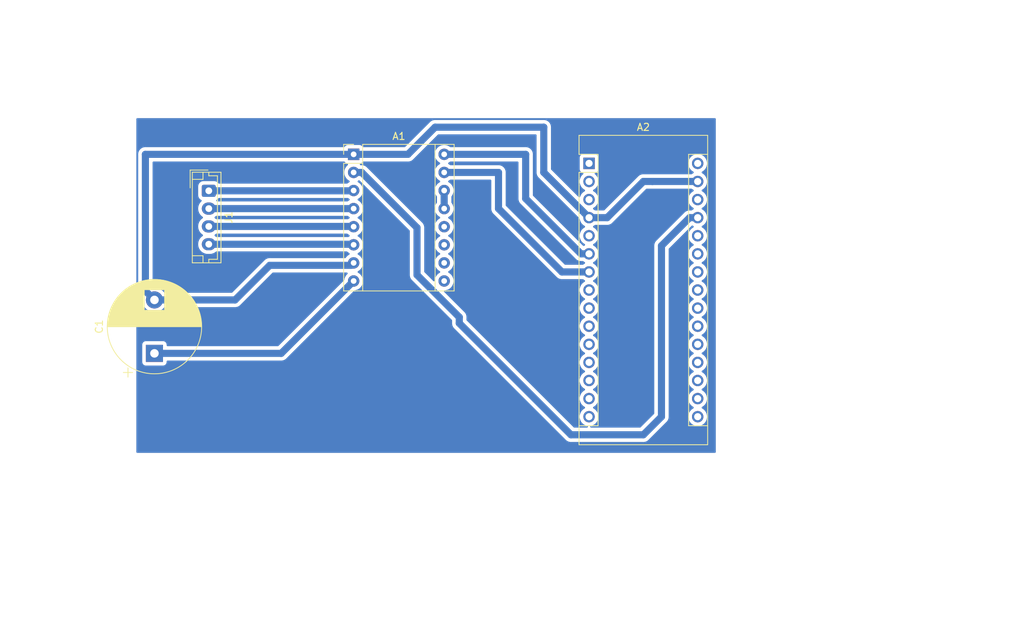
<source format=kicad_pcb>
(kicad_pcb (version 20171130) (host pcbnew 5.1.9)

  (general
    (thickness 1.6)
    (drawings 4)
    (tracks 45)
    (zones 0)
    (modules 4)
    (nets 40)
  )

  (page A4)
  (layers
    (0 F.Cu signal)
    (31 B.Cu signal)
    (32 B.Adhes user)
    (33 F.Adhes user)
    (34 B.Paste user)
    (35 F.Paste user)
    (36 B.SilkS user)
    (37 F.SilkS user)
    (38 B.Mask user)
    (39 F.Mask user)
    (40 Dwgs.User user)
    (41 Cmts.User user)
    (42 Eco1.User user)
    (43 Eco2.User user)
    (44 Edge.Cuts user)
    (45 Margin user)
    (46 B.CrtYd user)
    (47 F.CrtYd user)
    (48 B.Fab user)
    (49 F.Fab user)
  )

  (setup
    (last_trace_width 1)
    (user_trace_width 1)
    (trace_clearance 0.2)
    (zone_clearance 0.508)
    (zone_45_only no)
    (trace_min 0.2)
    (via_size 0.8)
    (via_drill 0.4)
    (via_min_size 0.4)
    (via_min_drill 0.3)
    (uvia_size 0.3)
    (uvia_drill 0.1)
    (uvias_allowed no)
    (uvia_min_size 0.2)
    (uvia_min_drill 0.1)
    (edge_width 0.05)
    (segment_width 0.2)
    (pcb_text_width 0.3)
    (pcb_text_size 1.5 1.5)
    (mod_edge_width 0.12)
    (mod_text_size 1 1)
    (mod_text_width 0.15)
    (pad_size 1.524 1.524)
    (pad_drill 0.762)
    (pad_to_mask_clearance 0)
    (aux_axis_origin 0 0)
    (visible_elements FFFFFF7F)
    (pcbplotparams
      (layerselection 0x010f0_fffffffe)
      (usegerberextensions false)
      (usegerberattributes false)
      (usegerberadvancedattributes false)
      (creategerberjobfile false)
      (excludeedgelayer true)
      (linewidth 1.000000)
      (plotframeref false)
      (viasonmask false)
      (mode 1)
      (useauxorigin false)
      (hpglpennumber 1)
      (hpglpenspeed 20)
      (hpglpendiameter 15.000000)
      (psnegative false)
      (psa4output false)
      (plotreference false)
      (plotvalue false)
      (plotinvisibletext false)
      (padsonsilk true)
      (subtractmaskfromsilk false)
      (outputformat 1)
      (mirror false)
      (drillshape 0)
      (scaleselection 1)
      (outputdirectory "./"))
  )

  (net 0 "")
  (net 1 "Net-(A1-Pad9)")
  (net 2 "Net-(A1-Pad2)")
  (net 3 "Net-(A1-Pad10)")
  (net 4 "Net-(A1-Pad3)")
  (net 5 "Net-(A1-Pad11)")
  (net 6 "Net-(A1-Pad4)")
  (net 7 "Net-(A1-Pad12)")
  (net 8 "Net-(A1-Pad5)")
  (net 9 "Net-(A1-Pad13)")
  (net 10 "Net-(A1-Pad6)")
  (net 11 "Net-(A1-Pad15)")
  (net 12 +12V)
  (net 13 "Net-(A1-Pad16)")
  (net 14 "Net-(A2-Pad1)")
  (net 15 "Net-(A2-Pad17)")
  (net 16 "Net-(A2-Pad2)")
  (net 17 "Net-(A2-Pad18)")
  (net 18 "Net-(A2-Pad3)")
  (net 19 "Net-(A2-Pad19)")
  (net 20 "Net-(A2-Pad20)")
  (net 21 "Net-(A2-Pad5)")
  (net 22 "Net-(A2-Pad21)")
  (net 23 "Net-(A2-Pad22)")
  (net 24 "Net-(A2-Pad23)")
  (net 25 "Net-(A2-Pad8)")
  (net 26 "Net-(A2-Pad24)")
  (net 27 "Net-(A2-Pad9)")
  (net 28 "Net-(A2-Pad25)")
  (net 29 "Net-(A2-Pad10)")
  (net 30 "Net-(A2-Pad26)")
  (net 31 "Net-(A2-Pad11)")
  (net 32 "Net-(A2-Pad12)")
  (net 33 "Net-(A2-Pad28)")
  (net 34 "Net-(A2-Pad13)")
  (net 35 GND)
  (net 36 "Net-(A2-Pad14)")
  (net 37 "Net-(A2-Pad30)")
  (net 38 "Net-(A2-Pad15)")
  (net 39 "Net-(A2-Pad16)")

  (net_class Default "This is the default net class."
    (clearance 0.2)
    (trace_width 0.25)
    (via_dia 0.8)
    (via_drill 0.4)
    (uvia_dia 0.3)
    (uvia_drill 0.1)
    (add_net +12V)
    (add_net GND)
    (add_net "Net-(A1-Pad10)")
    (add_net "Net-(A1-Pad11)")
    (add_net "Net-(A1-Pad12)")
    (add_net "Net-(A1-Pad13)")
    (add_net "Net-(A1-Pad15)")
    (add_net "Net-(A1-Pad16)")
    (add_net "Net-(A1-Pad2)")
    (add_net "Net-(A1-Pad3)")
    (add_net "Net-(A1-Pad4)")
    (add_net "Net-(A1-Pad5)")
    (add_net "Net-(A1-Pad6)")
    (add_net "Net-(A1-Pad9)")
    (add_net "Net-(A2-Pad1)")
    (add_net "Net-(A2-Pad10)")
    (add_net "Net-(A2-Pad11)")
    (add_net "Net-(A2-Pad12)")
    (add_net "Net-(A2-Pad13)")
    (add_net "Net-(A2-Pad14)")
    (add_net "Net-(A2-Pad15)")
    (add_net "Net-(A2-Pad16)")
    (add_net "Net-(A2-Pad17)")
    (add_net "Net-(A2-Pad18)")
    (add_net "Net-(A2-Pad19)")
    (add_net "Net-(A2-Pad2)")
    (add_net "Net-(A2-Pad20)")
    (add_net "Net-(A2-Pad21)")
    (add_net "Net-(A2-Pad22)")
    (add_net "Net-(A2-Pad23)")
    (add_net "Net-(A2-Pad24)")
    (add_net "Net-(A2-Pad25)")
    (add_net "Net-(A2-Pad26)")
    (add_net "Net-(A2-Pad28)")
    (add_net "Net-(A2-Pad3)")
    (add_net "Net-(A2-Pad30)")
    (add_net "Net-(A2-Pad5)")
    (add_net "Net-(A2-Pad8)")
    (add_net "Net-(A2-Pad9)")
  )

  (module Module:Pololu_Breakout-16_15.2x20.3mm (layer F.Cu) (tedit 58AB602C) (tstamp 60888F28)
    (at 62.23 -67.31)
    (descr "Pololu Breakout 16-pin 15.2x20.3mm 0.6x0.8\\")
    (tags "Pololu Breakout")
    (path /6088B521)
    (fp_text reference A1 (at 6.35 -2.54) (layer F.SilkS)
      (effects (font (size 1 1) (thickness 0.15)))
    )
    (fp_text value Pololu_Breakout_A4988 (at 6.35 20.17) (layer F.Fab)
      (effects (font (size 1 1) (thickness 0.15)))
    )
    (fp_line (start 11.43 -1.4) (end 11.43 19.18) (layer F.SilkS) (width 0.12))
    (fp_line (start 1.27 1.27) (end 1.27 19.18) (layer F.SilkS) (width 0.12))
    (fp_line (start 0 -1.4) (end -1.4 -1.4) (layer F.SilkS) (width 0.12))
    (fp_line (start -1.4 -1.4) (end -1.4 0) (layer F.SilkS) (width 0.12))
    (fp_line (start 1.27 -1.4) (end 1.27 1.27) (layer F.SilkS) (width 0.12))
    (fp_line (start 1.27 1.27) (end -1.4 1.27) (layer F.SilkS) (width 0.12))
    (fp_line (start -1.4 1.27) (end -1.4 19.18) (layer F.SilkS) (width 0.12))
    (fp_line (start -1.4 19.18) (end 14.1 19.18) (layer F.SilkS) (width 0.12))
    (fp_line (start 14.1 19.18) (end 14.1 -1.4) (layer F.SilkS) (width 0.12))
    (fp_line (start 14.1 -1.4) (end 1.27 -1.4) (layer F.SilkS) (width 0.12))
    (fp_line (start -1.27 0) (end 0 -1.27) (layer F.Fab) (width 0.1))
    (fp_line (start 0 -1.27) (end 13.97 -1.27) (layer F.Fab) (width 0.1))
    (fp_line (start 13.97 -1.27) (end 13.97 19.05) (layer F.Fab) (width 0.1))
    (fp_line (start 13.97 19.05) (end -1.27 19.05) (layer F.Fab) (width 0.1))
    (fp_line (start -1.27 19.05) (end -1.27 0) (layer F.Fab) (width 0.1))
    (fp_line (start -1.53 -1.52) (end 14.21 -1.52) (layer F.CrtYd) (width 0.05))
    (fp_line (start -1.53 -1.52) (end -1.53 19.3) (layer F.CrtYd) (width 0.05))
    (fp_line (start 14.21 19.3) (end 14.21 -1.52) (layer F.CrtYd) (width 0.05))
    (fp_line (start 14.21 19.3) (end -1.53 19.3) (layer F.CrtYd) (width 0.05))
    (fp_text user %R (at 6.35 0) (layer F.Fab)
      (effects (font (size 1 1) (thickness 0.15)))
    )
    (pad 1 thru_hole rect (at 0 0) (size 1.6 1.6) (drill 0.8) (layers *.Cu *.Mask)
      (net 35 GND))
    (pad 9 thru_hole oval (at 12.7 17.78) (size 1.6 1.6) (drill 0.8) (layers *.Cu *.Mask)
      (net 1 "Net-(A1-Pad9)"))
    (pad 2 thru_hole oval (at 0 2.54) (size 1.6 1.6) (drill 0.8) (layers *.Cu *.Mask)
      (net 2 "Net-(A1-Pad2)"))
    (pad 10 thru_hole oval (at 12.7 15.24) (size 1.6 1.6) (drill 0.8) (layers *.Cu *.Mask)
      (net 3 "Net-(A1-Pad10)"))
    (pad 3 thru_hole oval (at 0 5.08) (size 1.6 1.6) (drill 0.8) (layers *.Cu *.Mask)
      (net 4 "Net-(A1-Pad3)"))
    (pad 11 thru_hole oval (at 12.7 12.7) (size 1.6 1.6) (drill 0.8) (layers *.Cu *.Mask)
      (net 5 "Net-(A1-Pad11)"))
    (pad 4 thru_hole oval (at 0 7.62) (size 1.6 1.6) (drill 0.8) (layers *.Cu *.Mask)
      (net 6 "Net-(A1-Pad4)"))
    (pad 12 thru_hole oval (at 12.7 10.16) (size 1.6 1.6) (drill 0.8) (layers *.Cu *.Mask)
      (net 7 "Net-(A1-Pad12)"))
    (pad 5 thru_hole oval (at 0 10.16) (size 1.6 1.6) (drill 0.8) (layers *.Cu *.Mask)
      (net 8 "Net-(A1-Pad5)"))
    (pad 13 thru_hole oval (at 12.7 7.62) (size 1.6 1.6) (drill 0.8) (layers *.Cu *.Mask)
      (net 9 "Net-(A1-Pad13)"))
    (pad 6 thru_hole oval (at 0 12.7) (size 1.6 1.6) (drill 0.8) (layers *.Cu *.Mask)
      (net 10 "Net-(A1-Pad6)"))
    (pad 14 thru_hole oval (at 12.7 5.08) (size 1.6 1.6) (drill 0.8) (layers *.Cu *.Mask)
      (net 9 "Net-(A1-Pad13)"))
    (pad 7 thru_hole oval (at 0 15.24) (size 1.6 1.6) (drill 0.8) (layers *.Cu *.Mask)
      (net 35 GND))
    (pad 15 thru_hole oval (at 12.7 2.54) (size 1.6 1.6) (drill 0.8) (layers *.Cu *.Mask)
      (net 11 "Net-(A1-Pad15)"))
    (pad 8 thru_hole oval (at 0 17.78) (size 1.6 1.6) (drill 0.8) (layers *.Cu *.Mask)
      (net 12 +12V))
    (pad 16 thru_hole oval (at 12.7 0) (size 1.6 1.6) (drill 0.8) (layers *.Cu *.Mask)
      (net 13 "Net-(A1-Pad16)"))
    (model ${KICAD6_3DMODEL_DIR}/Module.3dshapes/Pololu_Breakout-16_15.2x20.3mm.wrl
      (at (xyz 0 0 0))
      (scale (xyz 1 1 1))
      (rotate (xyz 0 0 0))
    )
  )

  (module Module:Arduino_Nano (layer F.Cu) (tedit 58ACAF70) (tstamp 60888F65)
    (at 95.25 -66.04)
    (descr "Arduino Nano, http://www.mouser.com/pdfdocs/Gravitech_Arduino_Nano3_0.pdf")
    (tags "Arduino Nano")
    (path /60888BB8)
    (fp_text reference A2 (at 7.62 -5.08) (layer F.SilkS)
      (effects (font (size 1 1) (thickness 0.15)))
    )
    (fp_text value Arduino_Nano_v3.x (at 8.89 19.05 90) (layer F.Fab)
      (effects (font (size 1 1) (thickness 0.15)))
    )
    (fp_line (start 1.27 1.27) (end 1.27 -1.27) (layer F.SilkS) (width 0.12))
    (fp_line (start 1.27 -1.27) (end -1.4 -1.27) (layer F.SilkS) (width 0.12))
    (fp_line (start -1.4 1.27) (end -1.4 39.5) (layer F.SilkS) (width 0.12))
    (fp_line (start -1.4 -3.94) (end -1.4 -1.27) (layer F.SilkS) (width 0.12))
    (fp_line (start 13.97 -1.27) (end 16.64 -1.27) (layer F.SilkS) (width 0.12))
    (fp_line (start 13.97 -1.27) (end 13.97 36.83) (layer F.SilkS) (width 0.12))
    (fp_line (start 13.97 36.83) (end 16.64 36.83) (layer F.SilkS) (width 0.12))
    (fp_line (start 1.27 1.27) (end -1.4 1.27) (layer F.SilkS) (width 0.12))
    (fp_line (start 1.27 1.27) (end 1.27 36.83) (layer F.SilkS) (width 0.12))
    (fp_line (start 1.27 36.83) (end -1.4 36.83) (layer F.SilkS) (width 0.12))
    (fp_line (start 3.81 31.75) (end 11.43 31.75) (layer F.Fab) (width 0.1))
    (fp_line (start 11.43 31.75) (end 11.43 41.91) (layer F.Fab) (width 0.1))
    (fp_line (start 11.43 41.91) (end 3.81 41.91) (layer F.Fab) (width 0.1))
    (fp_line (start 3.81 41.91) (end 3.81 31.75) (layer F.Fab) (width 0.1))
    (fp_line (start -1.4 39.5) (end 16.64 39.5) (layer F.SilkS) (width 0.12))
    (fp_line (start 16.64 39.5) (end 16.64 -3.94) (layer F.SilkS) (width 0.12))
    (fp_line (start 16.64 -3.94) (end -1.4 -3.94) (layer F.SilkS) (width 0.12))
    (fp_line (start 16.51 39.37) (end -1.27 39.37) (layer F.Fab) (width 0.1))
    (fp_line (start -1.27 39.37) (end -1.27 -2.54) (layer F.Fab) (width 0.1))
    (fp_line (start -1.27 -2.54) (end 0 -3.81) (layer F.Fab) (width 0.1))
    (fp_line (start 0 -3.81) (end 16.51 -3.81) (layer F.Fab) (width 0.1))
    (fp_line (start 16.51 -3.81) (end 16.51 39.37) (layer F.Fab) (width 0.1))
    (fp_line (start -1.53 -4.06) (end 16.75 -4.06) (layer F.CrtYd) (width 0.05))
    (fp_line (start -1.53 -4.06) (end -1.53 42.16) (layer F.CrtYd) (width 0.05))
    (fp_line (start 16.75 42.16) (end 16.75 -4.06) (layer F.CrtYd) (width 0.05))
    (fp_line (start 16.75 42.16) (end -1.53 42.16) (layer F.CrtYd) (width 0.05))
    (fp_text user %R (at 6.35 19.05 90) (layer F.Fab)
      (effects (font (size 1 1) (thickness 0.15)))
    )
    (pad 1 thru_hole rect (at 0 0) (size 1.6 1.6) (drill 1) (layers *.Cu *.Mask)
      (net 14 "Net-(A2-Pad1)"))
    (pad 17 thru_hole oval (at 15.24 33.02) (size 1.6 1.6) (drill 1) (layers *.Cu *.Mask)
      (net 15 "Net-(A2-Pad17)"))
    (pad 2 thru_hole oval (at 0 2.54) (size 1.6 1.6) (drill 1) (layers *.Cu *.Mask)
      (net 16 "Net-(A2-Pad2)"))
    (pad 18 thru_hole oval (at 15.24 30.48) (size 1.6 1.6) (drill 1) (layers *.Cu *.Mask)
      (net 17 "Net-(A2-Pad18)"))
    (pad 3 thru_hole oval (at 0 5.08) (size 1.6 1.6) (drill 1) (layers *.Cu *.Mask)
      (net 18 "Net-(A2-Pad3)"))
    (pad 19 thru_hole oval (at 15.24 27.94) (size 1.6 1.6) (drill 1) (layers *.Cu *.Mask)
      (net 19 "Net-(A2-Pad19)"))
    (pad 4 thru_hole oval (at 0 7.62) (size 1.6 1.6) (drill 1) (layers *.Cu *.Mask)
      (net 35 GND))
    (pad 20 thru_hole oval (at 15.24 25.4) (size 1.6 1.6) (drill 1) (layers *.Cu *.Mask)
      (net 20 "Net-(A2-Pad20)"))
    (pad 5 thru_hole oval (at 0 10.16) (size 1.6 1.6) (drill 1) (layers *.Cu *.Mask)
      (net 21 "Net-(A2-Pad5)"))
    (pad 21 thru_hole oval (at 15.24 22.86) (size 1.6 1.6) (drill 1) (layers *.Cu *.Mask)
      (net 22 "Net-(A2-Pad21)"))
    (pad 6 thru_hole oval (at 0 12.7) (size 1.6 1.6) (drill 1) (layers *.Cu *.Mask)
      (net 13 "Net-(A1-Pad16)"))
    (pad 22 thru_hole oval (at 15.24 20.32) (size 1.6 1.6) (drill 1) (layers *.Cu *.Mask)
      (net 23 "Net-(A2-Pad22)"))
    (pad 7 thru_hole oval (at 0 15.24) (size 1.6 1.6) (drill 1) (layers *.Cu *.Mask)
      (net 11 "Net-(A1-Pad15)"))
    (pad 23 thru_hole oval (at 15.24 17.78) (size 1.6 1.6) (drill 1) (layers *.Cu *.Mask)
      (net 24 "Net-(A2-Pad23)"))
    (pad 8 thru_hole oval (at 0 17.78) (size 1.6 1.6) (drill 1) (layers *.Cu *.Mask)
      (net 25 "Net-(A2-Pad8)"))
    (pad 24 thru_hole oval (at 15.24 15.24) (size 1.6 1.6) (drill 1) (layers *.Cu *.Mask)
      (net 26 "Net-(A2-Pad24)"))
    (pad 9 thru_hole oval (at 0 20.32) (size 1.6 1.6) (drill 1) (layers *.Cu *.Mask)
      (net 27 "Net-(A2-Pad9)"))
    (pad 25 thru_hole oval (at 15.24 12.7) (size 1.6 1.6) (drill 1) (layers *.Cu *.Mask)
      (net 28 "Net-(A2-Pad25)"))
    (pad 10 thru_hole oval (at 0 22.86) (size 1.6 1.6) (drill 1) (layers *.Cu *.Mask)
      (net 29 "Net-(A2-Pad10)"))
    (pad 26 thru_hole oval (at 15.24 10.16) (size 1.6 1.6) (drill 1) (layers *.Cu *.Mask)
      (net 30 "Net-(A2-Pad26)"))
    (pad 11 thru_hole oval (at 0 25.4) (size 1.6 1.6) (drill 1) (layers *.Cu *.Mask)
      (net 31 "Net-(A2-Pad11)"))
    (pad 27 thru_hole oval (at 15.24 7.62) (size 1.6 1.6) (drill 1) (layers *.Cu *.Mask)
      (net 2 "Net-(A1-Pad2)"))
    (pad 12 thru_hole oval (at 0 27.94) (size 1.6 1.6) (drill 1) (layers *.Cu *.Mask)
      (net 32 "Net-(A2-Pad12)"))
    (pad 28 thru_hole oval (at 15.24 5.08) (size 1.6 1.6) (drill 1) (layers *.Cu *.Mask)
      (net 33 "Net-(A2-Pad28)"))
    (pad 13 thru_hole oval (at 0 30.48) (size 1.6 1.6) (drill 1) (layers *.Cu *.Mask)
      (net 34 "Net-(A2-Pad13)"))
    (pad 29 thru_hole oval (at 15.24 2.54) (size 1.6 1.6) (drill 1) (layers *.Cu *.Mask)
      (net 35 GND))
    (pad 14 thru_hole oval (at 0 33.02) (size 1.6 1.6) (drill 1) (layers *.Cu *.Mask)
      (net 36 "Net-(A2-Pad14)"))
    (pad 30 thru_hole oval (at 15.24 0) (size 1.6 1.6) (drill 1) (layers *.Cu *.Mask)
      (net 37 "Net-(A2-Pad30)"))
    (pad 15 thru_hole oval (at 0 35.56) (size 1.6 1.6) (drill 1) (layers *.Cu *.Mask)
      (net 38 "Net-(A2-Pad15)"))
    (pad 16 thru_hole oval (at 15.24 35.56) (size 1.6 1.6) (drill 1) (layers *.Cu *.Mask)
      (net 39 "Net-(A2-Pad16)"))
    (model ${KICAD6_3DMODEL_DIR}/Module.3dshapes/Arduino_Nano_WithMountingHoles.wrl
      (at (xyz 0 0 0))
      (scale (xyz 1 1 1))
      (rotate (xyz 0 0 0))
    )
  )

  (module Capacitor_THT:CP_Radial_D13.0mm_P7.50mm (layer F.Cu) (tedit 5AE50EF1) (tstamp 6088E0EA)
    (at 34.29 -39.37 90)
    (descr "CP, Radial series, Radial, pin pitch=7.50mm, , diameter=13mm, Electrolytic Capacitor")
    (tags "CP Radial series Radial pin pitch 7.50mm  diameter 13mm Electrolytic Capacitor")
    (path /608BADC4)
    (fp_text reference C1 (at 3.75 -7.75 90) (layer F.SilkS)
      (effects (font (size 1 1) (thickness 0.15)))
    )
    (fp_text value C_Polarized_Small (at 3.75 7.75 90) (layer F.Fab)
      (effects (font (size 1 1) (thickness 0.15)))
    )
    (fp_circle (center 3.75 0) (end 10.25 0) (layer F.Fab) (width 0.1))
    (fp_circle (center 3.75 0) (end 10.37 0) (layer F.SilkS) (width 0.12))
    (fp_circle (center 3.75 0) (end 10.5 0) (layer F.CrtYd) (width 0.05))
    (fp_line (start -1.832015 -2.8475) (end -0.532015 -2.8475) (layer F.Fab) (width 0.1))
    (fp_line (start -1.182015 -3.4975) (end -1.182015 -2.1975) (layer F.Fab) (width 0.1))
    (fp_line (start 3.75 -6.58) (end 3.75 6.58) (layer F.SilkS) (width 0.12))
    (fp_line (start 3.79 -6.58) (end 3.79 6.58) (layer F.SilkS) (width 0.12))
    (fp_line (start 3.83 -6.58) (end 3.83 6.58) (layer F.SilkS) (width 0.12))
    (fp_line (start 3.87 -6.579) (end 3.87 6.579) (layer F.SilkS) (width 0.12))
    (fp_line (start 3.91 -6.579) (end 3.91 6.579) (layer F.SilkS) (width 0.12))
    (fp_line (start 3.95 -6.577) (end 3.95 6.577) (layer F.SilkS) (width 0.12))
    (fp_line (start 3.99 -6.576) (end 3.99 6.576) (layer F.SilkS) (width 0.12))
    (fp_line (start 4.03 -6.575) (end 4.03 6.575) (layer F.SilkS) (width 0.12))
    (fp_line (start 4.07 -6.573) (end 4.07 6.573) (layer F.SilkS) (width 0.12))
    (fp_line (start 4.11 -6.571) (end 4.11 6.571) (layer F.SilkS) (width 0.12))
    (fp_line (start 4.15 -6.568) (end 4.15 6.568) (layer F.SilkS) (width 0.12))
    (fp_line (start 4.19 -6.566) (end 4.19 6.566) (layer F.SilkS) (width 0.12))
    (fp_line (start 4.23 -6.563) (end 4.23 6.563) (layer F.SilkS) (width 0.12))
    (fp_line (start 4.27 -6.56) (end 4.27 6.56) (layer F.SilkS) (width 0.12))
    (fp_line (start 4.31 -6.557) (end 4.31 6.557) (layer F.SilkS) (width 0.12))
    (fp_line (start 4.35 -6.553) (end 4.35 6.553) (layer F.SilkS) (width 0.12))
    (fp_line (start 4.39 -6.549) (end 4.39 6.549) (layer F.SilkS) (width 0.12))
    (fp_line (start 4.43 -6.545) (end 4.43 6.545) (layer F.SilkS) (width 0.12))
    (fp_line (start 4.471 -6.541) (end 4.471 6.541) (layer F.SilkS) (width 0.12))
    (fp_line (start 4.511 -6.537) (end 4.511 6.537) (layer F.SilkS) (width 0.12))
    (fp_line (start 4.551 -6.532) (end 4.551 6.532) (layer F.SilkS) (width 0.12))
    (fp_line (start 4.591 -6.527) (end 4.591 6.527) (layer F.SilkS) (width 0.12))
    (fp_line (start 4.631 -6.522) (end 4.631 6.522) (layer F.SilkS) (width 0.12))
    (fp_line (start 4.671 -6.516) (end 4.671 6.516) (layer F.SilkS) (width 0.12))
    (fp_line (start 4.711 -6.511) (end 4.711 6.511) (layer F.SilkS) (width 0.12))
    (fp_line (start 4.751 -6.505) (end 4.751 6.505) (layer F.SilkS) (width 0.12))
    (fp_line (start 4.791 -6.498) (end 4.791 6.498) (layer F.SilkS) (width 0.12))
    (fp_line (start 4.831 -6.492) (end 4.831 6.492) (layer F.SilkS) (width 0.12))
    (fp_line (start 4.871 -6.485) (end 4.871 6.485) (layer F.SilkS) (width 0.12))
    (fp_line (start 4.911 -6.478) (end 4.911 6.478) (layer F.SilkS) (width 0.12))
    (fp_line (start 4.951 -6.471) (end 4.951 6.471) (layer F.SilkS) (width 0.12))
    (fp_line (start 4.991 -6.463) (end 4.991 6.463) (layer F.SilkS) (width 0.12))
    (fp_line (start 5.031 -6.456) (end 5.031 6.456) (layer F.SilkS) (width 0.12))
    (fp_line (start 5.071 -6.448) (end 5.071 6.448) (layer F.SilkS) (width 0.12))
    (fp_line (start 5.111 -6.439) (end 5.111 6.439) (layer F.SilkS) (width 0.12))
    (fp_line (start 5.151 -6.431) (end 5.151 6.431) (layer F.SilkS) (width 0.12))
    (fp_line (start 5.191 -6.422) (end 5.191 6.422) (layer F.SilkS) (width 0.12))
    (fp_line (start 5.231 -6.413) (end 5.231 6.413) (layer F.SilkS) (width 0.12))
    (fp_line (start 5.271 -6.404) (end 5.271 6.404) (layer F.SilkS) (width 0.12))
    (fp_line (start 5.311 -6.394) (end 5.311 6.394) (layer F.SilkS) (width 0.12))
    (fp_line (start 5.351 -6.384) (end 5.351 6.384) (layer F.SilkS) (width 0.12))
    (fp_line (start 5.391 -6.374) (end 5.391 6.374) (layer F.SilkS) (width 0.12))
    (fp_line (start 5.431 -6.364) (end 5.431 6.364) (layer F.SilkS) (width 0.12))
    (fp_line (start 5.471 -6.353) (end 5.471 6.353) (layer F.SilkS) (width 0.12))
    (fp_line (start 5.511 -6.342) (end 5.511 6.342) (layer F.SilkS) (width 0.12))
    (fp_line (start 5.551 -6.331) (end 5.551 6.331) (layer F.SilkS) (width 0.12))
    (fp_line (start 5.591 -6.32) (end 5.591 6.32) (layer F.SilkS) (width 0.12))
    (fp_line (start 5.631 -6.308) (end 5.631 6.308) (layer F.SilkS) (width 0.12))
    (fp_line (start 5.671 -6.296) (end 5.671 6.296) (layer F.SilkS) (width 0.12))
    (fp_line (start 5.711 -6.284) (end 5.711 6.284) (layer F.SilkS) (width 0.12))
    (fp_line (start 5.751 -6.271) (end 5.751 6.271) (layer F.SilkS) (width 0.12))
    (fp_line (start 5.791 -6.258) (end 5.791 6.258) (layer F.SilkS) (width 0.12))
    (fp_line (start 5.831 -6.245) (end 5.831 6.245) (layer F.SilkS) (width 0.12))
    (fp_line (start 5.871 -6.232) (end 5.871 6.232) (layer F.SilkS) (width 0.12))
    (fp_line (start 5.911 -6.218) (end 5.911 6.218) (layer F.SilkS) (width 0.12))
    (fp_line (start 5.951 -6.204) (end 5.951 6.204) (layer F.SilkS) (width 0.12))
    (fp_line (start 5.991 -6.19) (end 5.991 6.19) (layer F.SilkS) (width 0.12))
    (fp_line (start 6.031 -6.175) (end 6.031 6.175) (layer F.SilkS) (width 0.12))
    (fp_line (start 6.071 -6.161) (end 6.071 -1.44) (layer F.SilkS) (width 0.12))
    (fp_line (start 6.071 1.44) (end 6.071 6.161) (layer F.SilkS) (width 0.12))
    (fp_line (start 6.111 -6.146) (end 6.111 -1.44) (layer F.SilkS) (width 0.12))
    (fp_line (start 6.111 1.44) (end 6.111 6.146) (layer F.SilkS) (width 0.12))
    (fp_line (start 6.151 -6.13) (end 6.151 -1.44) (layer F.SilkS) (width 0.12))
    (fp_line (start 6.151 1.44) (end 6.151 6.13) (layer F.SilkS) (width 0.12))
    (fp_line (start 6.191 -6.114) (end 6.191 -1.44) (layer F.SilkS) (width 0.12))
    (fp_line (start 6.191 1.44) (end 6.191 6.114) (layer F.SilkS) (width 0.12))
    (fp_line (start 6.231 -6.098) (end 6.231 -1.44) (layer F.SilkS) (width 0.12))
    (fp_line (start 6.231 1.44) (end 6.231 6.098) (layer F.SilkS) (width 0.12))
    (fp_line (start 6.271 -6.082) (end 6.271 -1.44) (layer F.SilkS) (width 0.12))
    (fp_line (start 6.271 1.44) (end 6.271 6.082) (layer F.SilkS) (width 0.12))
    (fp_line (start 6.311 -6.065) (end 6.311 -1.44) (layer F.SilkS) (width 0.12))
    (fp_line (start 6.311 1.44) (end 6.311 6.065) (layer F.SilkS) (width 0.12))
    (fp_line (start 6.351 -6.049) (end 6.351 -1.44) (layer F.SilkS) (width 0.12))
    (fp_line (start 6.351 1.44) (end 6.351 6.049) (layer F.SilkS) (width 0.12))
    (fp_line (start 6.391 -6.031) (end 6.391 -1.44) (layer F.SilkS) (width 0.12))
    (fp_line (start 6.391 1.44) (end 6.391 6.031) (layer F.SilkS) (width 0.12))
    (fp_line (start 6.431 -6.014) (end 6.431 -1.44) (layer F.SilkS) (width 0.12))
    (fp_line (start 6.431 1.44) (end 6.431 6.014) (layer F.SilkS) (width 0.12))
    (fp_line (start 6.471 -5.996) (end 6.471 -1.44) (layer F.SilkS) (width 0.12))
    (fp_line (start 6.471 1.44) (end 6.471 5.996) (layer F.SilkS) (width 0.12))
    (fp_line (start 6.511 -5.978) (end 6.511 -1.44) (layer F.SilkS) (width 0.12))
    (fp_line (start 6.511 1.44) (end 6.511 5.978) (layer F.SilkS) (width 0.12))
    (fp_line (start 6.551 -5.959) (end 6.551 -1.44) (layer F.SilkS) (width 0.12))
    (fp_line (start 6.551 1.44) (end 6.551 5.959) (layer F.SilkS) (width 0.12))
    (fp_line (start 6.591 -5.94) (end 6.591 -1.44) (layer F.SilkS) (width 0.12))
    (fp_line (start 6.591 1.44) (end 6.591 5.94) (layer F.SilkS) (width 0.12))
    (fp_line (start 6.631 -5.921) (end 6.631 -1.44) (layer F.SilkS) (width 0.12))
    (fp_line (start 6.631 1.44) (end 6.631 5.921) (layer F.SilkS) (width 0.12))
    (fp_line (start 6.671 -5.902) (end 6.671 -1.44) (layer F.SilkS) (width 0.12))
    (fp_line (start 6.671 1.44) (end 6.671 5.902) (layer F.SilkS) (width 0.12))
    (fp_line (start 6.711 -5.882) (end 6.711 -1.44) (layer F.SilkS) (width 0.12))
    (fp_line (start 6.711 1.44) (end 6.711 5.882) (layer F.SilkS) (width 0.12))
    (fp_line (start 6.751 -5.862) (end 6.751 -1.44) (layer F.SilkS) (width 0.12))
    (fp_line (start 6.751 1.44) (end 6.751 5.862) (layer F.SilkS) (width 0.12))
    (fp_line (start 6.791 -5.841) (end 6.791 -1.44) (layer F.SilkS) (width 0.12))
    (fp_line (start 6.791 1.44) (end 6.791 5.841) (layer F.SilkS) (width 0.12))
    (fp_line (start 6.831 -5.82) (end 6.831 -1.44) (layer F.SilkS) (width 0.12))
    (fp_line (start 6.831 1.44) (end 6.831 5.82) (layer F.SilkS) (width 0.12))
    (fp_line (start 6.871 -5.799) (end 6.871 -1.44) (layer F.SilkS) (width 0.12))
    (fp_line (start 6.871 1.44) (end 6.871 5.799) (layer F.SilkS) (width 0.12))
    (fp_line (start 6.911 -5.778) (end 6.911 -1.44) (layer F.SilkS) (width 0.12))
    (fp_line (start 6.911 1.44) (end 6.911 5.778) (layer F.SilkS) (width 0.12))
    (fp_line (start 6.951 -5.756) (end 6.951 -1.44) (layer F.SilkS) (width 0.12))
    (fp_line (start 6.951 1.44) (end 6.951 5.756) (layer F.SilkS) (width 0.12))
    (fp_line (start 6.991 -5.733) (end 6.991 -1.44) (layer F.SilkS) (width 0.12))
    (fp_line (start 6.991 1.44) (end 6.991 5.733) (layer F.SilkS) (width 0.12))
    (fp_line (start 7.031 -5.711) (end 7.031 -1.44) (layer F.SilkS) (width 0.12))
    (fp_line (start 7.031 1.44) (end 7.031 5.711) (layer F.SilkS) (width 0.12))
    (fp_line (start 7.071 -5.688) (end 7.071 -1.44) (layer F.SilkS) (width 0.12))
    (fp_line (start 7.071 1.44) (end 7.071 5.688) (layer F.SilkS) (width 0.12))
    (fp_line (start 7.111 -5.664) (end 7.111 -1.44) (layer F.SilkS) (width 0.12))
    (fp_line (start 7.111 1.44) (end 7.111 5.664) (layer F.SilkS) (width 0.12))
    (fp_line (start 7.151 -5.641) (end 7.151 -1.44) (layer F.SilkS) (width 0.12))
    (fp_line (start 7.151 1.44) (end 7.151 5.641) (layer F.SilkS) (width 0.12))
    (fp_line (start 7.191 -5.617) (end 7.191 -1.44) (layer F.SilkS) (width 0.12))
    (fp_line (start 7.191 1.44) (end 7.191 5.617) (layer F.SilkS) (width 0.12))
    (fp_line (start 7.231 -5.592) (end 7.231 -1.44) (layer F.SilkS) (width 0.12))
    (fp_line (start 7.231 1.44) (end 7.231 5.592) (layer F.SilkS) (width 0.12))
    (fp_line (start 7.271 -5.567) (end 7.271 -1.44) (layer F.SilkS) (width 0.12))
    (fp_line (start 7.271 1.44) (end 7.271 5.567) (layer F.SilkS) (width 0.12))
    (fp_line (start 7.311 -5.542) (end 7.311 -1.44) (layer F.SilkS) (width 0.12))
    (fp_line (start 7.311 1.44) (end 7.311 5.542) (layer F.SilkS) (width 0.12))
    (fp_line (start 7.351 -5.516) (end 7.351 -1.44) (layer F.SilkS) (width 0.12))
    (fp_line (start 7.351 1.44) (end 7.351 5.516) (layer F.SilkS) (width 0.12))
    (fp_line (start 7.391 -5.49) (end 7.391 -1.44) (layer F.SilkS) (width 0.12))
    (fp_line (start 7.391 1.44) (end 7.391 5.49) (layer F.SilkS) (width 0.12))
    (fp_line (start 7.431 -5.463) (end 7.431 -1.44) (layer F.SilkS) (width 0.12))
    (fp_line (start 7.431 1.44) (end 7.431 5.463) (layer F.SilkS) (width 0.12))
    (fp_line (start 7.471 -5.436) (end 7.471 -1.44) (layer F.SilkS) (width 0.12))
    (fp_line (start 7.471 1.44) (end 7.471 5.436) (layer F.SilkS) (width 0.12))
    (fp_line (start 7.511 -5.409) (end 7.511 -1.44) (layer F.SilkS) (width 0.12))
    (fp_line (start 7.511 1.44) (end 7.511 5.409) (layer F.SilkS) (width 0.12))
    (fp_line (start 7.551 -5.381) (end 7.551 -1.44) (layer F.SilkS) (width 0.12))
    (fp_line (start 7.551 1.44) (end 7.551 5.381) (layer F.SilkS) (width 0.12))
    (fp_line (start 7.591 -5.353) (end 7.591 -1.44) (layer F.SilkS) (width 0.12))
    (fp_line (start 7.591 1.44) (end 7.591 5.353) (layer F.SilkS) (width 0.12))
    (fp_line (start 7.631 -5.324) (end 7.631 -1.44) (layer F.SilkS) (width 0.12))
    (fp_line (start 7.631 1.44) (end 7.631 5.324) (layer F.SilkS) (width 0.12))
    (fp_line (start 7.671 -5.295) (end 7.671 -1.44) (layer F.SilkS) (width 0.12))
    (fp_line (start 7.671 1.44) (end 7.671 5.295) (layer F.SilkS) (width 0.12))
    (fp_line (start 7.711 -5.265) (end 7.711 -1.44) (layer F.SilkS) (width 0.12))
    (fp_line (start 7.711 1.44) (end 7.711 5.265) (layer F.SilkS) (width 0.12))
    (fp_line (start 7.751 -5.235) (end 7.751 -1.44) (layer F.SilkS) (width 0.12))
    (fp_line (start 7.751 1.44) (end 7.751 5.235) (layer F.SilkS) (width 0.12))
    (fp_line (start 7.791 -5.205) (end 7.791 -1.44) (layer F.SilkS) (width 0.12))
    (fp_line (start 7.791 1.44) (end 7.791 5.205) (layer F.SilkS) (width 0.12))
    (fp_line (start 7.831 -5.174) (end 7.831 -1.44) (layer F.SilkS) (width 0.12))
    (fp_line (start 7.831 1.44) (end 7.831 5.174) (layer F.SilkS) (width 0.12))
    (fp_line (start 7.871 -5.142) (end 7.871 -1.44) (layer F.SilkS) (width 0.12))
    (fp_line (start 7.871 1.44) (end 7.871 5.142) (layer F.SilkS) (width 0.12))
    (fp_line (start 7.911 -5.11) (end 7.911 -1.44) (layer F.SilkS) (width 0.12))
    (fp_line (start 7.911 1.44) (end 7.911 5.11) (layer F.SilkS) (width 0.12))
    (fp_line (start 7.951 -5.078) (end 7.951 -1.44) (layer F.SilkS) (width 0.12))
    (fp_line (start 7.951 1.44) (end 7.951 5.078) (layer F.SilkS) (width 0.12))
    (fp_line (start 7.991 -5.044) (end 7.991 -1.44) (layer F.SilkS) (width 0.12))
    (fp_line (start 7.991 1.44) (end 7.991 5.044) (layer F.SilkS) (width 0.12))
    (fp_line (start 8.031 -5.011) (end 8.031 -1.44) (layer F.SilkS) (width 0.12))
    (fp_line (start 8.031 1.44) (end 8.031 5.011) (layer F.SilkS) (width 0.12))
    (fp_line (start 8.071 -4.977) (end 8.071 -1.44) (layer F.SilkS) (width 0.12))
    (fp_line (start 8.071 1.44) (end 8.071 4.977) (layer F.SilkS) (width 0.12))
    (fp_line (start 8.111 -4.942) (end 8.111 -1.44) (layer F.SilkS) (width 0.12))
    (fp_line (start 8.111 1.44) (end 8.111 4.942) (layer F.SilkS) (width 0.12))
    (fp_line (start 8.151 -4.907) (end 8.151 -1.44) (layer F.SilkS) (width 0.12))
    (fp_line (start 8.151 1.44) (end 8.151 4.907) (layer F.SilkS) (width 0.12))
    (fp_line (start 8.191 -4.871) (end 8.191 -1.44) (layer F.SilkS) (width 0.12))
    (fp_line (start 8.191 1.44) (end 8.191 4.871) (layer F.SilkS) (width 0.12))
    (fp_line (start 8.231 -4.834) (end 8.231 -1.44) (layer F.SilkS) (width 0.12))
    (fp_line (start 8.231 1.44) (end 8.231 4.834) (layer F.SilkS) (width 0.12))
    (fp_line (start 8.271 -4.797) (end 8.271 -1.44) (layer F.SilkS) (width 0.12))
    (fp_line (start 8.271 1.44) (end 8.271 4.797) (layer F.SilkS) (width 0.12))
    (fp_line (start 8.311 -4.76) (end 8.311 -1.44) (layer F.SilkS) (width 0.12))
    (fp_line (start 8.311 1.44) (end 8.311 4.76) (layer F.SilkS) (width 0.12))
    (fp_line (start 8.351 -4.721) (end 8.351 -1.44) (layer F.SilkS) (width 0.12))
    (fp_line (start 8.351 1.44) (end 8.351 4.721) (layer F.SilkS) (width 0.12))
    (fp_line (start 8.391 -4.682) (end 8.391 -1.44) (layer F.SilkS) (width 0.12))
    (fp_line (start 8.391 1.44) (end 8.391 4.682) (layer F.SilkS) (width 0.12))
    (fp_line (start 8.431 -4.643) (end 8.431 -1.44) (layer F.SilkS) (width 0.12))
    (fp_line (start 8.431 1.44) (end 8.431 4.643) (layer F.SilkS) (width 0.12))
    (fp_line (start 8.471 -4.602) (end 8.471 -1.44) (layer F.SilkS) (width 0.12))
    (fp_line (start 8.471 1.44) (end 8.471 4.602) (layer F.SilkS) (width 0.12))
    (fp_line (start 8.511 -4.561) (end 8.511 -1.44) (layer F.SilkS) (width 0.12))
    (fp_line (start 8.511 1.44) (end 8.511 4.561) (layer F.SilkS) (width 0.12))
    (fp_line (start 8.551 -4.519) (end 8.551 -1.44) (layer F.SilkS) (width 0.12))
    (fp_line (start 8.551 1.44) (end 8.551 4.519) (layer F.SilkS) (width 0.12))
    (fp_line (start 8.591 -4.477) (end 8.591 -1.44) (layer F.SilkS) (width 0.12))
    (fp_line (start 8.591 1.44) (end 8.591 4.477) (layer F.SilkS) (width 0.12))
    (fp_line (start 8.631 -4.434) (end 8.631 -1.44) (layer F.SilkS) (width 0.12))
    (fp_line (start 8.631 1.44) (end 8.631 4.434) (layer F.SilkS) (width 0.12))
    (fp_line (start 8.671 -4.39) (end 8.671 -1.44) (layer F.SilkS) (width 0.12))
    (fp_line (start 8.671 1.44) (end 8.671 4.39) (layer F.SilkS) (width 0.12))
    (fp_line (start 8.711 -4.345) (end 8.711 -1.44) (layer F.SilkS) (width 0.12))
    (fp_line (start 8.711 1.44) (end 8.711 4.345) (layer F.SilkS) (width 0.12))
    (fp_line (start 8.751 -4.299) (end 8.751 -1.44) (layer F.SilkS) (width 0.12))
    (fp_line (start 8.751 1.44) (end 8.751 4.299) (layer F.SilkS) (width 0.12))
    (fp_line (start 8.791 -4.253) (end 8.791 -1.44) (layer F.SilkS) (width 0.12))
    (fp_line (start 8.791 1.44) (end 8.791 4.253) (layer F.SilkS) (width 0.12))
    (fp_line (start 8.831 -4.205) (end 8.831 -1.44) (layer F.SilkS) (width 0.12))
    (fp_line (start 8.831 1.44) (end 8.831 4.205) (layer F.SilkS) (width 0.12))
    (fp_line (start 8.871 -4.157) (end 8.871 -1.44) (layer F.SilkS) (width 0.12))
    (fp_line (start 8.871 1.44) (end 8.871 4.157) (layer F.SilkS) (width 0.12))
    (fp_line (start 8.911 -4.108) (end 8.911 -1.44) (layer F.SilkS) (width 0.12))
    (fp_line (start 8.911 1.44) (end 8.911 4.108) (layer F.SilkS) (width 0.12))
    (fp_line (start 8.951 -4.057) (end 8.951 4.057) (layer F.SilkS) (width 0.12))
    (fp_line (start 8.991 -4.006) (end 8.991 4.006) (layer F.SilkS) (width 0.12))
    (fp_line (start 9.031 -3.954) (end 9.031 3.954) (layer F.SilkS) (width 0.12))
    (fp_line (start 9.071 -3.9) (end 9.071 3.9) (layer F.SilkS) (width 0.12))
    (fp_line (start 9.111 -3.846) (end 9.111 3.846) (layer F.SilkS) (width 0.12))
    (fp_line (start 9.151 -3.79) (end 9.151 3.79) (layer F.SilkS) (width 0.12))
    (fp_line (start 9.191 -3.733) (end 9.191 3.733) (layer F.SilkS) (width 0.12))
    (fp_line (start 9.231 -3.675) (end 9.231 3.675) (layer F.SilkS) (width 0.12))
    (fp_line (start 9.271 -3.615) (end 9.271 3.615) (layer F.SilkS) (width 0.12))
    (fp_line (start 9.311 -3.554) (end 9.311 3.554) (layer F.SilkS) (width 0.12))
    (fp_line (start 9.351 -3.491) (end 9.351 3.491) (layer F.SilkS) (width 0.12))
    (fp_line (start 9.391 -3.427) (end 9.391 3.427) (layer F.SilkS) (width 0.12))
    (fp_line (start 9.431 -3.361) (end 9.431 3.361) (layer F.SilkS) (width 0.12))
    (fp_line (start 9.471 -3.293) (end 9.471 3.293) (layer F.SilkS) (width 0.12))
    (fp_line (start 9.511 -3.223) (end 9.511 3.223) (layer F.SilkS) (width 0.12))
    (fp_line (start 9.551 -3.152) (end 9.551 3.152) (layer F.SilkS) (width 0.12))
    (fp_line (start 9.591 -3.078) (end 9.591 3.078) (layer F.SilkS) (width 0.12))
    (fp_line (start 9.631 -3.002) (end 9.631 3.002) (layer F.SilkS) (width 0.12))
    (fp_line (start 9.671 -2.923) (end 9.671 2.923) (layer F.SilkS) (width 0.12))
    (fp_line (start 9.711 -2.842) (end 9.711 2.842) (layer F.SilkS) (width 0.12))
    (fp_line (start 9.751 -2.758) (end 9.751 2.758) (layer F.SilkS) (width 0.12))
    (fp_line (start 9.791 -2.67) (end 9.791 2.67) (layer F.SilkS) (width 0.12))
    (fp_line (start 9.831 -2.579) (end 9.831 2.579) (layer F.SilkS) (width 0.12))
    (fp_line (start 9.871 -2.484) (end 9.871 2.484) (layer F.SilkS) (width 0.12))
    (fp_line (start 9.911 -2.385) (end 9.911 2.385) (layer F.SilkS) (width 0.12))
    (fp_line (start 9.951 -2.281) (end 9.951 2.281) (layer F.SilkS) (width 0.12))
    (fp_line (start 9.991 -2.171) (end 9.991 2.171) (layer F.SilkS) (width 0.12))
    (fp_line (start 10.031 -2.055) (end 10.031 2.055) (layer F.SilkS) (width 0.12))
    (fp_line (start 10.071 -1.931) (end 10.071 1.931) (layer F.SilkS) (width 0.12))
    (fp_line (start 10.111 -1.798) (end 10.111 1.798) (layer F.SilkS) (width 0.12))
    (fp_line (start 10.151 -1.653) (end 10.151 1.653) (layer F.SilkS) (width 0.12))
    (fp_line (start 10.191 -1.494) (end 10.191 1.494) (layer F.SilkS) (width 0.12))
    (fp_line (start 10.231 -1.315) (end 10.231 1.315) (layer F.SilkS) (width 0.12))
    (fp_line (start 10.271 -1.107) (end 10.271 1.107) (layer F.SilkS) (width 0.12))
    (fp_line (start 10.311 -0.85) (end 10.311 0.85) (layer F.SilkS) (width 0.12))
    (fp_line (start 10.351 -0.475) (end 10.351 0.475) (layer F.SilkS) (width 0.12))
    (fp_line (start -3.334569 -3.715) (end -2.034569 -3.715) (layer F.SilkS) (width 0.12))
    (fp_line (start -2.684569 -4.365) (end -2.684569 -3.065) (layer F.SilkS) (width 0.12))
    (fp_text user %R (at 3.75 0 90) (layer F.Fab)
      (effects (font (size 1 1) (thickness 0.15)))
    )
    (pad 1 thru_hole rect (at 0 0 90) (size 2.4 2.4) (drill 1.2) (layers *.Cu *.Mask)
      (net 12 +12V))
    (pad 2 thru_hole circle (at 7.5 0 90) (size 2.4 2.4) (drill 1.2) (layers *.Cu *.Mask)
      (net 35 GND))
    (model ${KICAD6_3DMODEL_DIR}/Capacitor_THT.3dshapes/CP_Radial_D13.0mm_P7.50mm.wrl
      (at (xyz 0 0 0))
      (scale (xyz 1 1 1))
      (rotate (xyz 0 0 0))
    )
  )

  (module Connector_JST:JST_EH_B4B-EH-A_1x04_P2.50mm_Vertical (layer F.Cu) (tedit 5C28142C) (tstamp 6088E10C)
    (at 41.91 -62.19 270)
    (descr "JST EH series connector, B4B-EH-A (http://www.jst-mfg.com/product/pdf/eng/eEH.pdf), generated with kicad-footprint-generator")
    (tags "connector JST EH vertical")
    (path /608A5D34)
    (fp_text reference J1 (at 3.75 -2.8 90) (layer F.SilkS)
      (effects (font (size 1 1) (thickness 0.15)))
    )
    (fp_text value Conn_01x04_Male (at 3.75 3.4 90) (layer F.Fab)
      (effects (font (size 1 1) (thickness 0.15)))
    )
    (fp_line (start -2.5 -1.6) (end -2.5 2.2) (layer F.Fab) (width 0.1))
    (fp_line (start -2.5 2.2) (end 10 2.2) (layer F.Fab) (width 0.1))
    (fp_line (start 10 2.2) (end 10 -1.6) (layer F.Fab) (width 0.1))
    (fp_line (start 10 -1.6) (end -2.5 -1.6) (layer F.Fab) (width 0.1))
    (fp_line (start -3 -2.1) (end -3 2.7) (layer F.CrtYd) (width 0.05))
    (fp_line (start -3 2.7) (end 10.5 2.7) (layer F.CrtYd) (width 0.05))
    (fp_line (start 10.5 2.7) (end 10.5 -2.1) (layer F.CrtYd) (width 0.05))
    (fp_line (start 10.5 -2.1) (end -3 -2.1) (layer F.CrtYd) (width 0.05))
    (fp_line (start -2.61 -1.71) (end -2.61 2.31) (layer F.SilkS) (width 0.12))
    (fp_line (start -2.61 2.31) (end 10.11 2.31) (layer F.SilkS) (width 0.12))
    (fp_line (start 10.11 2.31) (end 10.11 -1.71) (layer F.SilkS) (width 0.12))
    (fp_line (start 10.11 -1.71) (end -2.61 -1.71) (layer F.SilkS) (width 0.12))
    (fp_line (start -2.61 0) (end -2.11 0) (layer F.SilkS) (width 0.12))
    (fp_line (start -2.11 0) (end -2.11 -1.21) (layer F.SilkS) (width 0.12))
    (fp_line (start -2.11 -1.21) (end 9.61 -1.21) (layer F.SilkS) (width 0.12))
    (fp_line (start 9.61 -1.21) (end 9.61 0) (layer F.SilkS) (width 0.12))
    (fp_line (start 9.61 0) (end 10.11 0) (layer F.SilkS) (width 0.12))
    (fp_line (start -2.61 0.81) (end -1.61 0.81) (layer F.SilkS) (width 0.12))
    (fp_line (start -1.61 0.81) (end -1.61 2.31) (layer F.SilkS) (width 0.12))
    (fp_line (start 10.11 0.81) (end 9.11 0.81) (layer F.SilkS) (width 0.12))
    (fp_line (start 9.11 0.81) (end 9.11 2.31) (layer F.SilkS) (width 0.12))
    (fp_line (start -2.91 0.11) (end -2.91 2.61) (layer F.SilkS) (width 0.12))
    (fp_line (start -2.91 2.61) (end -0.41 2.61) (layer F.SilkS) (width 0.12))
    (fp_line (start -2.91 0.11) (end -2.91 2.61) (layer F.Fab) (width 0.1))
    (fp_line (start -2.91 2.61) (end -0.41 2.61) (layer F.Fab) (width 0.1))
    (fp_text user %R (at 3.75 1.5 90) (layer F.Fab)
      (effects (font (size 1 1) (thickness 0.15)))
    )
    (pad 1 thru_hole roundrect (at 0 0 270) (size 1.7 1.95) (drill 0.95) (layers *.Cu *.Mask) (roundrect_rratio 0.1470588235294118)
      (net 4 "Net-(A1-Pad3)"))
    (pad 2 thru_hole oval (at 2.5 0 270) (size 1.7 1.95) (drill 0.95) (layers *.Cu *.Mask)
      (net 6 "Net-(A1-Pad4)"))
    (pad 3 thru_hole oval (at 5 0 270) (size 1.7 1.95) (drill 0.95) (layers *.Cu *.Mask)
      (net 8 "Net-(A1-Pad5)"))
    (pad 4 thru_hole oval (at 7.5 0 270) (size 1.7 1.95) (drill 0.95) (layers *.Cu *.Mask)
      (net 10 "Net-(A1-Pad6)"))
    (model ${KICAD6_3DMODEL_DIR}/Connector_JST.3dshapes/JST_EH_B4B-EH-A_1x04_P2.50mm_Vertical.wrl
      (at (xyz 0 0 0))
      (scale (xyz 1 1 1))
      (rotate (xyz 0 0 0))
    )
  )

  (gr_line (start 156.21 -87.63) (end 12.7 -88.9) (layer Dwgs.User) (width 0.15) (tstamp 6088EA4A))
  (gr_line (start 156.21 1.27) (end 156.21 -87.63) (layer Dwgs.User) (width 0.15))
  (gr_line (start 12.7 1.27) (end 156.21 1.27) (layer Dwgs.User) (width 0.15))
  (gr_line (start 12.7 -88.9) (end 12.7 1.27) (layer Dwgs.User) (width 0.15))

  (segment (start 109.35863 -58.42) (end 110.49 -58.42) (width 1) (layer B.Cu) (net 2))
  (segment (start 105.41 -54.47137) (end 109.35863 -58.42) (width 1) (layer B.Cu) (net 2))
  (segment (start 92.71 -27.94) (end 102.87 -27.94) (width 1) (layer B.Cu) (net 2))
  (segment (start 77.049998 -43.600002) (end 92.71 -27.94) (width 1) (layer B.Cu) (net 2))
  (segment (start 77.049998 -44.45) (end 77.049998 -43.600002) (width 1) (layer B.Cu) (net 2))
  (segment (start 102.87 -27.94) (end 105.41 -30.48) (width 1) (layer B.Cu) (net 2))
  (segment (start 71.12 -50.379998) (end 77.049998 -44.45) (width 1) (layer B.Cu) (net 2))
  (segment (start 71.12 -57.01137) (end 71.12 -50.379998) (width 1) (layer B.Cu) (net 2))
  (segment (start 63.36137 -64.77) (end 71.12 -57.01137) (width 1) (layer B.Cu) (net 2))
  (segment (start 105.41 -30.48) (end 105.41 -54.47137) (width 1) (layer B.Cu) (net 2))
  (segment (start 62.23 -64.77) (end 63.36137 -64.77) (width 1) (layer B.Cu) (net 2))
  (segment (start 62.19 -62.19) (end 62.23 -62.23) (width 1) (layer B.Cu) (net 4))
  (segment (start 41.91 -62.19) (end 62.19 -62.19) (width 1) (layer B.Cu) (net 4))
  (segment (start 41.91 -59.69) (end 62.23 -59.69) (width 1) (layer B.Cu) (net 6))
  (segment (start 62.19 -57.19) (end 62.23 -57.15) (width 1) (layer B.Cu) (net 8))
  (segment (start 41.91 -57.19) (end 62.19 -57.19) (width 1) (layer B.Cu) (net 8))
  (segment (start 74.93 -62.23) (end 74.93 -59.69) (width 1) (layer B.Cu) (net 9))
  (segment (start 62.15 -54.69) (end 62.23 -54.61) (width 1) (layer B.Cu) (net 10))
  (segment (start 41.91 -54.69) (end 62.15 -54.69) (width 1) (layer B.Cu) (net 10))
  (segment (start 95.25 -50.8) (end 91.44 -50.8) (width 1) (layer B.Cu) (net 11))
  (segment (start 91.44 -50.8) (end 82.55 -59.69) (width 1) (layer B.Cu) (net 11))
  (segment (start 82.55 -59.69) (end 82.55 -64.77) (width 1) (layer B.Cu) (net 11))
  (segment (start 82.55 -64.77) (end 74.93 -64.77) (width 1) (layer B.Cu) (net 11))
  (segment (start 52.07 -39.37) (end 62.23 -49.53) (width 1) (layer B.Cu) (net 12))
  (segment (start 34.29 -39.37) (end 52.07 -39.37) (width 1) (layer B.Cu) (net 12))
  (segment (start 94.11863 -53.34) (end 86.36 -61.09863) (width 1) (layer B.Cu) (net 13))
  (segment (start 95.25 -53.34) (end 94.11863 -53.34) (width 1) (layer B.Cu) (net 13))
  (segment (start 86.36 -61.09863) (end 86.36 -67.31) (width 1) (layer B.Cu) (net 13))
  (segment (start 86.36 -67.31) (end 74.93 -67.31) (width 1) (layer B.Cu) (net 13))
  (segment (start 95.25 -58.42) (end 97.79 -58.42) (width 1) (layer B.Cu) (net 35))
  (segment (start 97.79 -58.42) (end 102.87 -63.5) (width 1) (layer B.Cu) (net 35))
  (segment (start 34.29 -46.87) (end 45.6 -46.87) (width 1) (layer B.Cu) (net 35))
  (segment (start 61.890008 -51.730008) (end 62.23 -52.07) (width 1) (layer B.Cu) (net 35))
  (segment (start 50.460008 -51.730008) (end 61.890008 -51.730008) (width 1) (layer B.Cu) (net 35))
  (segment (start 45.6 -46.87) (end 50.460008 -51.730008) (width 1) (layer B.Cu) (net 35))
  (segment (start 62.23 -67.31) (end 33.02 -67.31) (width 1) (layer B.Cu) (net 35))
  (segment (start 33.02 -48.14) (end 34.29 -46.87) (width 1) (layer B.Cu) (net 35))
  (segment (start 33.02 -67.31) (end 33.02 -48.14) (width 1) (layer B.Cu) (net 35))
  (segment (start 73.66 -71.12) (end 88.9 -71.12) (width 1) (layer B.Cu) (net 35))
  (segment (start 104.14 -63.5) (end 110.49 -63.5) (width 1) (layer B.Cu) (net 35))
  (segment (start 102.87 -63.5) (end 104.14 -63.5) (width 1) (layer B.Cu) (net 35))
  (segment (start 88.9 -64.77) (end 95.25 -58.42) (width 1) (layer B.Cu) (net 35))
  (segment (start 88.9 -71.12) (end 88.9 -64.77) (width 1) (layer B.Cu) (net 35))
  (segment (start 69.85 -67.31) (end 73.66 -71.12) (width 1) (layer B.Cu) (net 35))
  (segment (start 62.23 -67.31) (end 69.85 -67.31) (width 1) (layer B.Cu) (net 35))

  (zone (net 0) (net_name "") (layer B.Cu) (tstamp 0) (hatch edge 0.508)
    (connect_pads (clearance 0.508))
    (min_thickness 0.254)
    (fill yes (arc_segments 32) (thermal_gap 0.508) (thermal_bridge_width 0.508))
    (polygon
      (pts
        (xy 113.03 -25.4) (xy 31.75 -25.4) (xy 31.75 -72.39) (xy 113.03 -72.39)
      )
    )
    (filled_polygon
      (pts
        (xy 112.903 -25.527) (xy 31.877 -25.527) (xy 31.877 -67.31) (xy 31.879509 -67.31) (xy 31.885 -67.254248)
        (xy 31.885001 -48.195762) (xy 31.879509 -48.14) (xy 31.901423 -47.917502) (xy 31.966324 -47.703554) (xy 31.966325 -47.703553)
        (xy 32.071717 -47.506377) (xy 32.213552 -47.333551) (xy 32.25686 -47.298009) (xy 32.463152 -47.091716) (xy 32.455 -47.050732)
        (xy 32.455 -46.689268) (xy 32.525518 -46.33475) (xy 32.663844 -46.000801) (xy 32.864662 -45.700256) (xy 33.120256 -45.444662)
        (xy 33.420801 -45.243844) (xy 33.75475 -45.105518) (xy 34.109268 -45.035) (xy 34.470732 -45.035) (xy 34.82525 -45.105518)
        (xy 35.159199 -45.243844) (xy 35.459744 -45.444662) (xy 35.715338 -45.700256) (xy 35.738553 -45.735) (xy 45.544249 -45.735)
        (xy 45.6 -45.729509) (xy 45.655751 -45.735) (xy 45.655752 -45.735) (xy 45.822499 -45.751423) (xy 46.036447 -45.816324)
        (xy 46.233623 -45.921716) (xy 46.406449 -46.063551) (xy 46.441996 -46.106865) (xy 50.93014 -50.595008) (xy 61.265612 -50.595008)
        (xy 61.115363 -50.444759) (xy 60.95832 -50.209727) (xy 60.850147 -49.948574) (xy 60.80215 -49.707282) (xy 51.599869 -40.505)
        (xy 36.128072 -40.505) (xy 36.128072 -40.57) (xy 36.115812 -40.694482) (xy 36.079502 -40.81418) (xy 36.020537 -40.924494)
        (xy 35.941185 -41.021185) (xy 35.844494 -41.100537) (xy 35.73418 -41.159502) (xy 35.614482 -41.195812) (xy 35.49 -41.208072)
        (xy 33.09 -41.208072) (xy 32.965518 -41.195812) (xy 32.84582 -41.159502) (xy 32.735506 -41.100537) (xy 32.638815 -41.021185)
        (xy 32.559463 -40.924494) (xy 32.500498 -40.81418) (xy 32.464188 -40.694482) (xy 32.451928 -40.57) (xy 32.451928 -38.17)
        (xy 32.464188 -38.045518) (xy 32.500498 -37.92582) (xy 32.559463 -37.815506) (xy 32.638815 -37.718815) (xy 32.735506 -37.639463)
        (xy 32.84582 -37.580498) (xy 32.965518 -37.544188) (xy 33.09 -37.531928) (xy 35.49 -37.531928) (xy 35.614482 -37.544188)
        (xy 35.73418 -37.580498) (xy 35.844494 -37.639463) (xy 35.941185 -37.718815) (xy 36.020537 -37.815506) (xy 36.079502 -37.92582)
        (xy 36.115812 -38.045518) (xy 36.128072 -38.17) (xy 36.128072 -38.235) (xy 52.014249 -38.235) (xy 52.07 -38.229509)
        (xy 52.125751 -38.235) (xy 52.125752 -38.235) (xy 52.292499 -38.251423) (xy 52.506447 -38.316324) (xy 52.703623 -38.421716)
        (xy 52.876449 -38.563551) (xy 52.911996 -38.606865) (xy 62.407282 -48.10215) (xy 62.648574 -48.150147) (xy 62.909727 -48.25832)
        (xy 63.144759 -48.415363) (xy 63.344637 -48.615241) (xy 63.50168 -48.850273) (xy 63.609853 -49.111426) (xy 63.665 -49.388665)
        (xy 63.665 -49.671335) (xy 63.609853 -49.948574) (xy 63.50168 -50.209727) (xy 63.344637 -50.444759) (xy 63.144759 -50.644637)
        (xy 62.912241 -50.8) (xy 63.144759 -50.955363) (xy 63.344637 -51.155241) (xy 63.50168 -51.390273) (xy 63.609853 -51.651426)
        (xy 63.665 -51.928665) (xy 63.665 -52.211335) (xy 63.609853 -52.488574) (xy 63.50168 -52.749727) (xy 63.344637 -52.984759)
        (xy 63.144759 -53.184637) (xy 62.912241 -53.34) (xy 63.144759 -53.495363) (xy 63.344637 -53.695241) (xy 63.50168 -53.930273)
        (xy 63.609853 -54.191426) (xy 63.665 -54.468665) (xy 63.665 -54.751335) (xy 63.609853 -55.028574) (xy 63.50168 -55.289727)
        (xy 63.344637 -55.524759) (xy 63.144759 -55.724637) (xy 62.912241 -55.88) (xy 63.144759 -56.035363) (xy 63.344637 -56.235241)
        (xy 63.50168 -56.470273) (xy 63.609853 -56.731426) (xy 63.665 -57.008665) (xy 63.665 -57.291335) (xy 63.609853 -57.568574)
        (xy 63.50168 -57.829727) (xy 63.344637 -58.064759) (xy 63.144759 -58.264637) (xy 62.912241 -58.42) (xy 63.144759 -58.575363)
        (xy 63.344637 -58.775241) (xy 63.50168 -59.010273) (xy 63.609853 -59.271426) (xy 63.665 -59.548665) (xy 63.665 -59.831335)
        (xy 63.609853 -60.108574) (xy 63.50168 -60.369727) (xy 63.344637 -60.604759) (xy 63.144759 -60.804637) (xy 62.912241 -60.96)
        (xy 63.144759 -61.115363) (xy 63.344637 -61.315241) (xy 63.50168 -61.550273) (xy 63.609853 -61.811426) (xy 63.665 -62.088665)
        (xy 63.665 -62.371335) (xy 63.609853 -62.648574) (xy 63.50168 -62.909727) (xy 63.344637 -63.144759) (xy 63.144759 -63.344637)
        (xy 62.912241 -63.5) (xy 62.980578 -63.545661) (xy 69.985 -56.541238) (xy 69.985001 -50.435759) (xy 69.979509 -50.379998)
        (xy 70.001423 -50.1575) (xy 70.066324 -49.943552) (xy 70.066325 -49.943551) (xy 70.171717 -49.746375) (xy 70.313552 -49.573549)
        (xy 70.35686 -49.538007) (xy 75.914998 -43.979867) (xy 75.914998 -43.655753) (xy 75.909507 -43.600002) (xy 75.914998 -43.544251)
        (xy 75.914998 -43.54425) (xy 75.931421 -43.377503) (xy 75.996322 -43.163555) (xy 76.101715 -42.966379) (xy 76.24355 -42.793553)
        (xy 76.286858 -42.758011) (xy 91.868009 -27.176859) (xy 91.903551 -27.133551) (xy 92.076377 -26.991716) (xy 92.273553 -26.886324)
        (xy 92.437705 -26.836529) (xy 92.4875 -26.821423) (xy 92.508493 -26.819356) (xy 92.654248 -26.805) (xy 92.654255 -26.805)
        (xy 92.709999 -26.79951) (xy 92.765743 -26.805) (xy 102.814249 -26.805) (xy 102.87 -26.799509) (xy 102.925751 -26.805)
        (xy 102.925752 -26.805) (xy 103.092499 -26.821423) (xy 103.306447 -26.886324) (xy 103.503623 -26.991716) (xy 103.676449 -27.133551)
        (xy 103.711996 -27.176865) (xy 106.173141 -29.638009) (xy 106.216449 -29.673551) (xy 106.358284 -29.846377) (xy 106.463676 -30.043553)
        (xy 106.528577 -30.257501) (xy 106.545 -30.424248) (xy 106.545 -30.424257) (xy 106.55049 -30.479999) (xy 106.545 -30.535741)
        (xy 106.545 -54.001239) (xy 109.739423 -57.195661) (xy 109.807759 -57.15) (xy 109.575241 -56.994637) (xy 109.375363 -56.794759)
        (xy 109.21832 -56.559727) (xy 109.110147 -56.298574) (xy 109.055 -56.021335) (xy 109.055 -55.738665) (xy 109.110147 -55.461426)
        (xy 109.21832 -55.200273) (xy 109.375363 -54.965241) (xy 109.575241 -54.765363) (xy 109.807759 -54.61) (xy 109.575241 -54.454637)
        (xy 109.375363 -54.254759) (xy 109.21832 -54.019727) (xy 109.110147 -53.758574) (xy 109.055 -53.481335) (xy 109.055 -53.198665)
        (xy 109.110147 -52.921426) (xy 109.21832 -52.660273) (xy 109.375363 -52.425241) (xy 109.575241 -52.225363) (xy 109.807759 -52.07)
        (xy 109.575241 -51.914637) (xy 109.375363 -51.714759) (xy 109.21832 -51.479727) (xy 109.110147 -51.218574) (xy 109.055 -50.941335)
        (xy 109.055 -50.658665) (xy 109.110147 -50.381426) (xy 109.21832 -50.120273) (xy 109.375363 -49.885241) (xy 109.575241 -49.685363)
        (xy 109.807759 -49.53) (xy 109.575241 -49.374637) (xy 109.375363 -49.174759) (xy 109.21832 -48.939727) (xy 109.110147 -48.678574)
        (xy 109.055 -48.401335) (xy 109.055 -48.118665) (xy 109.110147 -47.841426) (xy 109.21832 -47.580273) (xy 109.375363 -47.345241)
        (xy 109.575241 -47.145363) (xy 109.807759 -46.99) (xy 109.575241 -46.834637) (xy 109.375363 -46.634759) (xy 109.21832 -46.399727)
        (xy 109.110147 -46.138574) (xy 109.055 -45.861335) (xy 109.055 -45.578665) (xy 109.110147 -45.301426) (xy 109.21832 -45.040273)
        (xy 109.375363 -44.805241) (xy 109.575241 -44.605363) (xy 109.807759 -44.45) (xy 109.575241 -44.294637) (xy 109.375363 -44.094759)
        (xy 109.21832 -43.859727) (xy 109.110147 -43.598574) (xy 109.055 -43.321335) (xy 109.055 -43.038665) (xy 109.110147 -42.761426)
        (xy 109.21832 -42.500273) (xy 109.375363 -42.265241) (xy 109.575241 -42.065363) (xy 109.807759 -41.91) (xy 109.575241 -41.754637)
        (xy 109.375363 -41.554759) (xy 109.21832 -41.319727) (xy 109.110147 -41.058574) (xy 109.055 -40.781335) (xy 109.055 -40.498665)
        (xy 109.110147 -40.221426) (xy 109.21832 -39.960273) (xy 109.375363 -39.725241) (xy 109.575241 -39.525363) (xy 109.807759 -39.37)
        (xy 109.575241 -39.214637) (xy 109.375363 -39.014759) (xy 109.21832 -38.779727) (xy 109.110147 -38.518574) (xy 109.055 -38.241335)
        (xy 109.055 -37.958665) (xy 109.110147 -37.681426) (xy 109.21832 -37.420273) (xy 109.375363 -37.185241) (xy 109.575241 -36.985363)
        (xy 109.807759 -36.83) (xy 109.575241 -36.674637) (xy 109.375363 -36.474759) (xy 109.21832 -36.239727) (xy 109.110147 -35.978574)
        (xy 109.055 -35.701335) (xy 109.055 -35.418665) (xy 109.110147 -35.141426) (xy 109.21832 -34.880273) (xy 109.375363 -34.645241)
        (xy 109.575241 -34.445363) (xy 109.807759 -34.29) (xy 109.575241 -34.134637) (xy 109.375363 -33.934759) (xy 109.21832 -33.699727)
        (xy 109.110147 -33.438574) (xy 109.055 -33.161335) (xy 109.055 -32.878665) (xy 109.110147 -32.601426) (xy 109.21832 -32.340273)
        (xy 109.375363 -32.105241) (xy 109.575241 -31.905363) (xy 109.807759 -31.75) (xy 109.575241 -31.594637) (xy 109.375363 -31.394759)
        (xy 109.21832 -31.159727) (xy 109.110147 -30.898574) (xy 109.055 -30.621335) (xy 109.055 -30.338665) (xy 109.110147 -30.061426)
        (xy 109.21832 -29.800273) (xy 109.375363 -29.565241) (xy 109.575241 -29.365363) (xy 109.810273 -29.20832) (xy 110.071426 -29.100147)
        (xy 110.348665 -29.045) (xy 110.631335 -29.045) (xy 110.908574 -29.100147) (xy 111.169727 -29.20832) (xy 111.404759 -29.365363)
        (xy 111.604637 -29.565241) (xy 111.76168 -29.800273) (xy 111.869853 -30.061426) (xy 111.925 -30.338665) (xy 111.925 -30.621335)
        (xy 111.869853 -30.898574) (xy 111.76168 -31.159727) (xy 111.604637 -31.394759) (xy 111.404759 -31.594637) (xy 111.172241 -31.75)
        (xy 111.404759 -31.905363) (xy 111.604637 -32.105241) (xy 111.76168 -32.340273) (xy 111.869853 -32.601426) (xy 111.925 -32.878665)
        (xy 111.925 -33.161335) (xy 111.869853 -33.438574) (xy 111.76168 -33.699727) (xy 111.604637 -33.934759) (xy 111.404759 -34.134637)
        (xy 111.172241 -34.29) (xy 111.404759 -34.445363) (xy 111.604637 -34.645241) (xy 111.76168 -34.880273) (xy 111.869853 -35.141426)
        (xy 111.925 -35.418665) (xy 111.925 -35.701335) (xy 111.869853 -35.978574) (xy 111.76168 -36.239727) (xy 111.604637 -36.474759)
        (xy 111.404759 -36.674637) (xy 111.172241 -36.83) (xy 111.404759 -36.985363) (xy 111.604637 -37.185241) (xy 111.76168 -37.420273)
        (xy 111.869853 -37.681426) (xy 111.925 -37.958665) (xy 111.925 -38.241335) (xy 111.869853 -38.518574) (xy 111.76168 -38.779727)
        (xy 111.604637 -39.014759) (xy 111.404759 -39.214637) (xy 111.172241 -39.37) (xy 111.404759 -39.525363) (xy 111.604637 -39.725241)
        (xy 111.76168 -39.960273) (xy 111.869853 -40.221426) (xy 111.925 -40.498665) (xy 111.925 -40.781335) (xy 111.869853 -41.058574)
        (xy 111.76168 -41.319727) (xy 111.604637 -41.554759) (xy 111.404759 -41.754637) (xy 111.172241 -41.91) (xy 111.404759 -42.065363)
        (xy 111.604637 -42.265241) (xy 111.76168 -42.500273) (xy 111.869853 -42.761426) (xy 111.925 -43.038665) (xy 111.925 -43.321335)
        (xy 111.869853 -43.598574) (xy 111.76168 -43.859727) (xy 111.604637 -44.094759) (xy 111.404759 -44.294637) (xy 111.172241 -44.45)
        (xy 111.404759 -44.605363) (xy 111.604637 -44.805241) (xy 111.76168 -45.040273) (xy 111.869853 -45.301426) (xy 111.925 -45.578665)
        (xy 111.925 -45.861335) (xy 111.869853 -46.138574) (xy 111.76168 -46.399727) (xy 111.604637 -46.634759) (xy 111.404759 -46.834637)
        (xy 111.172241 -46.99) (xy 111.404759 -47.145363) (xy 111.604637 -47.345241) (xy 111.76168 -47.580273) (xy 111.869853 -47.841426)
        (xy 111.925 -48.118665) (xy 111.925 -48.401335) (xy 111.869853 -48.678574) (xy 111.76168 -48.939727) (xy 111.604637 -49.174759)
        (xy 111.404759 -49.374637) (xy 111.172241 -49.53) (xy 111.404759 -49.685363) (xy 111.604637 -49.885241) (xy 111.76168 -50.120273)
        (xy 111.869853 -50.381426) (xy 111.925 -50.658665) (xy 111.925 -50.941335) (xy 111.869853 -51.218574) (xy 111.76168 -51.479727)
        (xy 111.604637 -51.714759) (xy 111.404759 -51.914637) (xy 111.172241 -52.07) (xy 111.404759 -52.225363) (xy 111.604637 -52.425241)
        (xy 111.76168 -52.660273) (xy 111.869853 -52.921426) (xy 111.925 -53.198665) (xy 111.925 -53.481335) (xy 111.869853 -53.758574)
        (xy 111.76168 -54.019727) (xy 111.604637 -54.254759) (xy 111.404759 -54.454637) (xy 111.172241 -54.61) (xy 111.404759 -54.765363)
        (xy 111.604637 -54.965241) (xy 111.76168 -55.200273) (xy 111.869853 -55.461426) (xy 111.925 -55.738665) (xy 111.925 -56.021335)
        (xy 111.869853 -56.298574) (xy 111.76168 -56.559727) (xy 111.604637 -56.794759) (xy 111.404759 -56.994637) (xy 111.172241 -57.15)
        (xy 111.404759 -57.305363) (xy 111.604637 -57.505241) (xy 111.76168 -57.740273) (xy 111.869853 -58.001426) (xy 111.925 -58.278665)
        (xy 111.925 -58.561335) (xy 111.869853 -58.838574) (xy 111.76168 -59.099727) (xy 111.604637 -59.334759) (xy 111.404759 -59.534637)
        (xy 111.172241 -59.69) (xy 111.404759 -59.845363) (xy 111.604637 -60.045241) (xy 111.76168 -60.280273) (xy 111.869853 -60.541426)
        (xy 111.925 -60.818665) (xy 111.925 -61.101335) (xy 111.869853 -61.378574) (xy 111.76168 -61.639727) (xy 111.604637 -61.874759)
        (xy 111.404759 -62.074637) (xy 111.172241 -62.23) (xy 111.404759 -62.385363) (xy 111.604637 -62.585241) (xy 111.76168 -62.820273)
        (xy 111.869853 -63.081426) (xy 111.925 -63.358665) (xy 111.925 -63.641335) (xy 111.869853 -63.918574) (xy 111.76168 -64.179727)
        (xy 111.604637 -64.414759) (xy 111.404759 -64.614637) (xy 111.172241 -64.77) (xy 111.404759 -64.925363) (xy 111.604637 -65.125241)
        (xy 111.76168 -65.360273) (xy 111.869853 -65.621426) (xy 111.925 -65.898665) (xy 111.925 -66.181335) (xy 111.869853 -66.458574)
        (xy 111.76168 -66.719727) (xy 111.604637 -66.954759) (xy 111.404759 -67.154637) (xy 111.169727 -67.31168) (xy 110.908574 -67.419853)
        (xy 110.631335 -67.475) (xy 110.348665 -67.475) (xy 110.071426 -67.419853) (xy 109.810273 -67.31168) (xy 109.575241 -67.154637)
        (xy 109.375363 -66.954759) (xy 109.21832 -66.719727) (xy 109.110147 -66.458574) (xy 109.055 -66.181335) (xy 109.055 -65.898665)
        (xy 109.110147 -65.621426) (xy 109.21832 -65.360273) (xy 109.375363 -65.125241) (xy 109.575241 -64.925363) (xy 109.807759 -64.77)
        (xy 109.605716 -64.635) (xy 102.925751 -64.635) (xy 102.87 -64.640491) (xy 102.814248 -64.635) (xy 102.647501 -64.618577)
        (xy 102.433553 -64.553676) (xy 102.236377 -64.448284) (xy 102.063551 -64.306449) (xy 102.028009 -64.263141) (xy 97.319869 -59.555)
        (xy 96.134284 -59.555) (xy 95.932241 -59.69) (xy 96.164759 -59.845363) (xy 96.364637 -60.045241) (xy 96.52168 -60.280273)
        (xy 96.629853 -60.541426) (xy 96.685 -60.818665) (xy 96.685 -61.101335) (xy 96.629853 -61.378574) (xy 96.52168 -61.639727)
        (xy 96.364637 -61.874759) (xy 96.164759 -62.074637) (xy 95.932241 -62.23) (xy 96.164759 -62.385363) (xy 96.364637 -62.585241)
        (xy 96.52168 -62.820273) (xy 96.629853 -63.081426) (xy 96.685 -63.358665) (xy 96.685 -63.641335) (xy 96.629853 -63.918574)
        (xy 96.52168 -64.179727) (xy 96.364637 -64.414759) (xy 96.166039 -64.613357) (xy 96.174482 -64.614188) (xy 96.29418 -64.650498)
        (xy 96.404494 -64.709463) (xy 96.501185 -64.788815) (xy 96.580537 -64.885506) (xy 96.639502 -64.99582) (xy 96.675812 -65.115518)
        (xy 96.688072 -65.24) (xy 96.688072 -66.84) (xy 96.675812 -66.964482) (xy 96.639502 -67.08418) (xy 96.580537 -67.194494)
        (xy 96.501185 -67.291185) (xy 96.404494 -67.370537) (xy 96.29418 -67.429502) (xy 96.174482 -67.465812) (xy 96.05 -67.478072)
        (xy 94.45 -67.478072) (xy 94.325518 -67.465812) (xy 94.20582 -67.429502) (xy 94.095506 -67.370537) (xy 93.998815 -67.291185)
        (xy 93.919463 -67.194494) (xy 93.860498 -67.08418) (xy 93.824188 -66.964482) (xy 93.811928 -66.84) (xy 93.811928 -65.24)
        (xy 93.824188 -65.115518) (xy 93.860498 -64.99582) (xy 93.919463 -64.885506) (xy 93.998815 -64.788815) (xy 94.095506 -64.709463)
        (xy 94.20582 -64.650498) (xy 94.325518 -64.614188) (xy 94.333961 -64.613357) (xy 94.135363 -64.414759) (xy 93.97832 -64.179727)
        (xy 93.870147 -63.918574) (xy 93.815 -63.641335) (xy 93.815 -63.358665) (xy 93.870147 -63.081426) (xy 93.97832 -62.820273)
        (xy 94.135363 -62.585241) (xy 94.335241 -62.385363) (xy 94.567759 -62.23) (xy 94.335241 -62.074637) (xy 94.135363 -61.874759)
        (xy 93.97832 -61.639727) (xy 93.877882 -61.397249) (xy 90.035 -65.240131) (xy 90.035 -71.064248) (xy 90.040491 -71.12)
        (xy 90.018577 -71.342499) (xy 89.953676 -71.556447) (xy 89.848284 -71.753623) (xy 89.706449 -71.926449) (xy 89.533623 -72.068284)
        (xy 89.336447 -72.173676) (xy 89.122499 -72.238577) (xy 88.955752 -72.255) (xy 88.955751 -72.255) (xy 88.9 -72.260491)
        (xy 88.844248 -72.255) (xy 73.715752 -72.255) (xy 73.66 -72.260491) (xy 73.437501 -72.238577) (xy 73.223553 -72.173676)
        (xy 73.026377 -72.068284) (xy 72.896856 -71.961989) (xy 72.896854 -71.961987) (xy 72.853551 -71.926449) (xy 72.818013 -71.883146)
        (xy 69.379869 -68.445) (xy 63.570957 -68.445) (xy 63.560537 -68.464494) (xy 63.481185 -68.561185) (xy 63.384494 -68.640537)
        (xy 63.27418 -68.699502) (xy 63.154482 -68.735812) (xy 63.03 -68.748072) (xy 61.43 -68.748072) (xy 61.305518 -68.735812)
        (xy 61.18582 -68.699502) (xy 61.075506 -68.640537) (xy 60.978815 -68.561185) (xy 60.899463 -68.464494) (xy 60.889043 -68.445)
        (xy 33.075751 -68.445) (xy 33.02 -68.450491) (xy 32.964248 -68.445) (xy 32.797501 -68.428577) (xy 32.583553 -68.363676)
        (xy 32.386377 -68.258284) (xy 32.213551 -68.116449) (xy 32.071716 -67.943623) (xy 31.966324 -67.746447) (xy 31.901423 -67.532499)
        (xy 31.879509 -67.31) (xy 31.877 -67.31) (xy 31.877 -72.263) (xy 112.903 -72.263)
      )
    )
    (filled_polygon
      (pts
        (xy 81.415 -59.745752) (xy 81.409509 -59.69) (xy 81.415 -59.634249) (xy 81.431423 -59.467502) (xy 81.496324 -59.253554)
        (xy 81.601716 -59.056377) (xy 81.743551 -58.883551) (xy 81.786865 -58.848004) (xy 90.598013 -50.036854) (xy 90.633551 -49.993551)
        (xy 90.676854 -49.958013) (xy 90.676856 -49.958011) (xy 90.806377 -49.851716) (xy 91.003553 -49.746324) (xy 91.217501 -49.681423)
        (xy 91.44 -49.659509) (xy 91.495752 -49.665) (xy 94.365716 -49.665) (xy 94.567759 -49.53) (xy 94.335241 -49.374637)
        (xy 94.135363 -49.174759) (xy 93.97832 -48.939727) (xy 93.870147 -48.678574) (xy 93.815 -48.401335) (xy 93.815 -48.118665)
        (xy 93.870147 -47.841426) (xy 93.97832 -47.580273) (xy 94.135363 -47.345241) (xy 94.335241 -47.145363) (xy 94.567759 -46.99)
        (xy 94.335241 -46.834637) (xy 94.135363 -46.634759) (xy 93.97832 -46.399727) (xy 93.870147 -46.138574) (xy 93.815 -45.861335)
        (xy 93.815 -45.578665) (xy 93.870147 -45.301426) (xy 93.97832 -45.040273) (xy 94.135363 -44.805241) (xy 94.335241 -44.605363)
        (xy 94.567759 -44.45) (xy 94.335241 -44.294637) (xy 94.135363 -44.094759) (xy 93.97832 -43.859727) (xy 93.870147 -43.598574)
        (xy 93.815 -43.321335) (xy 93.815 -43.038665) (xy 93.870147 -42.761426) (xy 93.97832 -42.500273) (xy 94.135363 -42.265241)
        (xy 94.335241 -42.065363) (xy 94.567759 -41.91) (xy 94.335241 -41.754637) (xy 94.135363 -41.554759) (xy 93.97832 -41.319727)
        (xy 93.870147 -41.058574) (xy 93.815 -40.781335) (xy 93.815 -40.498665) (xy 93.870147 -40.221426) (xy 93.97832 -39.960273)
        (xy 94.135363 -39.725241) (xy 94.335241 -39.525363) (xy 94.567759 -39.37) (xy 94.335241 -39.214637) (xy 94.135363 -39.014759)
        (xy 93.97832 -38.779727) (xy 93.870147 -38.518574) (xy 93.815 -38.241335) (xy 93.815 -37.958665) (xy 93.870147 -37.681426)
        (xy 93.97832 -37.420273) (xy 94.135363 -37.185241) (xy 94.335241 -36.985363) (xy 94.567759 -36.83) (xy 94.335241 -36.674637)
        (xy 94.135363 -36.474759) (xy 93.97832 -36.239727) (xy 93.870147 -35.978574) (xy 93.815 -35.701335) (xy 93.815 -35.418665)
        (xy 93.870147 -35.141426) (xy 93.97832 -34.880273) (xy 94.135363 -34.645241) (xy 94.335241 -34.445363) (xy 94.567759 -34.29)
        (xy 94.335241 -34.134637) (xy 94.135363 -33.934759) (xy 93.97832 -33.699727) (xy 93.870147 -33.438574) (xy 93.815 -33.161335)
        (xy 93.815 -32.878665) (xy 93.870147 -32.601426) (xy 93.97832 -32.340273) (xy 94.135363 -32.105241) (xy 94.335241 -31.905363)
        (xy 94.567759 -31.75) (xy 94.335241 -31.594637) (xy 94.135363 -31.394759) (xy 93.97832 -31.159727) (xy 93.870147 -30.898574)
        (xy 93.815 -30.621335) (xy 93.815 -30.338665) (xy 93.870147 -30.061426) (xy 93.97832 -29.800273) (xy 94.135363 -29.565241)
        (xy 94.335241 -29.365363) (xy 94.570273 -29.20832) (xy 94.831426 -29.100147) (xy 94.957847 -29.075) (xy 93.180132 -29.075)
        (xy 78.184998 -44.070133) (xy 78.184998 -44.394248) (xy 78.190489 -44.45) (xy 78.168575 -44.672499) (xy 78.103674 -44.886447)
        (xy 77.998282 -45.083623) (xy 77.891987 -45.213144) (xy 77.891985 -45.213146) (xy 77.856447 -45.256449) (xy 77.813144 -45.291987)
        (xy 75.01013 -48.095) (xy 75.071335 -48.095) (xy 75.348574 -48.150147) (xy 75.609727 -48.25832) (xy 75.844759 -48.415363)
        (xy 76.044637 -48.615241) (xy 76.20168 -48.850273) (xy 76.309853 -49.111426) (xy 76.365 -49.388665) (xy 76.365 -49.671335)
        (xy 76.309853 -49.948574) (xy 76.20168 -50.209727) (xy 76.044637 -50.444759) (xy 75.844759 -50.644637) (xy 75.612241 -50.8)
        (xy 75.844759 -50.955363) (xy 76.044637 -51.155241) (xy 76.20168 -51.390273) (xy 76.309853 -51.651426) (xy 76.365 -51.928665)
        (xy 76.365 -52.211335) (xy 76.309853 -52.488574) (xy 76.20168 -52.749727) (xy 76.044637 -52.984759) (xy 75.844759 -53.184637)
        (xy 75.612241 -53.34) (xy 75.844759 -53.495363) (xy 76.044637 -53.695241) (xy 76.20168 -53.930273) (xy 76.309853 -54.191426)
        (xy 76.365 -54.468665) (xy 76.365 -54.751335) (xy 76.309853 -55.028574) (xy 76.20168 -55.289727) (xy 76.044637 -55.524759)
        (xy 75.844759 -55.724637) (xy 75.612241 -55.88) (xy 75.844759 -56.035363) (xy 76.044637 -56.235241) (xy 76.20168 -56.470273)
        (xy 76.309853 -56.731426) (xy 76.365 -57.008665) (xy 76.365 -57.291335) (xy 76.309853 -57.568574) (xy 76.20168 -57.829727)
        (xy 76.044637 -58.064759) (xy 75.844759 -58.264637) (xy 75.612241 -58.42) (xy 75.844759 -58.575363) (xy 76.044637 -58.775241)
        (xy 76.20168 -59.010273) (xy 76.309853 -59.271426) (xy 76.365 -59.548665) (xy 76.365 -59.831335) (xy 76.309853 -60.108574)
        (xy 76.20168 -60.369727) (xy 76.065 -60.574284) (xy 76.065 -61.345716) (xy 76.20168 -61.550273) (xy 76.309853 -61.811426)
        (xy 76.365 -62.088665) (xy 76.365 -62.371335) (xy 76.309853 -62.648574) (xy 76.20168 -62.909727) (xy 76.044637 -63.144759)
        (xy 75.844759 -63.344637) (xy 75.612241 -63.5) (xy 75.814284 -63.635) (xy 81.415001 -63.635)
      )
    )
    (filled_polygon
      (pts
        (xy 109.807759 -62.23) (xy 109.575241 -62.074637) (xy 109.375363 -61.874759) (xy 109.21832 -61.639727) (xy 109.110147 -61.378574)
        (xy 109.055 -61.101335) (xy 109.055 -60.818665) (xy 109.110147 -60.541426) (xy 109.21832 -60.280273) (xy 109.375363 -60.045241)
        (xy 109.575241 -59.845363) (xy 109.807759 -59.69) (xy 109.605716 -59.555) (xy 109.414381 -59.555) (xy 109.358629 -59.560491)
        (xy 109.302878 -59.555) (xy 109.136131 -59.538577) (xy 108.922183 -59.473676) (xy 108.725007 -59.368284) (xy 108.552181 -59.226449)
        (xy 108.516641 -59.183143) (xy 104.64686 -55.313361) (xy 104.603552 -55.277819) (xy 104.461717 -55.104993) (xy 104.405384 -54.9996)
        (xy 104.356324 -54.907816) (xy 104.291423 -54.693868) (xy 104.269509 -54.47137) (xy 104.275001 -54.415608) (xy 104.275 -30.950132)
        (xy 102.399869 -29.075) (xy 95.542153 -29.075) (xy 95.668574 -29.100147) (xy 95.929727 -29.20832) (xy 96.164759 -29.365363)
        (xy 96.364637 -29.565241) (xy 96.52168 -29.800273) (xy 96.629853 -30.061426) (xy 96.685 -30.338665) (xy 96.685 -30.621335)
        (xy 96.629853 -30.898574) (xy 96.52168 -31.159727) (xy 96.364637 -31.394759) (xy 96.164759 -31.594637) (xy 95.932241 -31.75)
        (xy 96.164759 -31.905363) (xy 96.364637 -32.105241) (xy 96.52168 -32.340273) (xy 96.629853 -32.601426) (xy 96.685 -32.878665)
        (xy 96.685 -33.161335) (xy 96.629853 -33.438574) (xy 96.52168 -33.699727) (xy 96.364637 -33.934759) (xy 96.164759 -34.134637)
        (xy 95.932241 -34.29) (xy 96.164759 -34.445363) (xy 96.364637 -34.645241) (xy 96.52168 -34.880273) (xy 96.629853 -35.141426)
        (xy 96.685 -35.418665) (xy 96.685 -35.701335) (xy 96.629853 -35.978574) (xy 96.52168 -36.239727) (xy 96.364637 -36.474759)
        (xy 96.164759 -36.674637) (xy 95.932241 -36.83) (xy 96.164759 -36.985363) (xy 96.364637 -37.185241) (xy 96.52168 -37.420273)
        (xy 96.629853 -37.681426) (xy 96.685 -37.958665) (xy 96.685 -38.241335) (xy 96.629853 -38.518574) (xy 96.52168 -38.779727)
        (xy 96.364637 -39.014759) (xy 96.164759 -39.214637) (xy 95.932241 -39.37) (xy 96.164759 -39.525363) (xy 96.364637 -39.725241)
        (xy 96.52168 -39.960273) (xy 96.629853 -40.221426) (xy 96.685 -40.498665) (xy 96.685 -40.781335) (xy 96.629853 -41.058574)
        (xy 96.52168 -41.319727) (xy 96.364637 -41.554759) (xy 96.164759 -41.754637) (xy 95.932241 -41.91) (xy 96.164759 -42.065363)
        (xy 96.364637 -42.265241) (xy 96.52168 -42.500273) (xy 96.629853 -42.761426) (xy 96.685 -43.038665) (xy 96.685 -43.321335)
        (xy 96.629853 -43.598574) (xy 96.52168 -43.859727) (xy 96.364637 -44.094759) (xy 96.164759 -44.294637) (xy 95.932241 -44.45)
        (xy 96.164759 -44.605363) (xy 96.364637 -44.805241) (xy 96.52168 -45.040273) (xy 96.629853 -45.301426) (xy 96.685 -45.578665)
        (xy 96.685 -45.861335) (xy 96.629853 -46.138574) (xy 96.52168 -46.399727) (xy 96.364637 -46.634759) (xy 96.164759 -46.834637)
        (xy 95.932241 -46.99) (xy 96.164759 -47.145363) (xy 96.364637 -47.345241) (xy 96.52168 -47.580273) (xy 96.629853 -47.841426)
        (xy 96.685 -48.118665) (xy 96.685 -48.401335) (xy 96.629853 -48.678574) (xy 96.52168 -48.939727) (xy 96.364637 -49.174759)
        (xy 96.164759 -49.374637) (xy 95.932241 -49.53) (xy 96.164759 -49.685363) (xy 96.364637 -49.885241) (xy 96.52168 -50.120273)
        (xy 96.629853 -50.381426) (xy 96.685 -50.658665) (xy 96.685 -50.941335) (xy 96.629853 -51.218574) (xy 96.52168 -51.479727)
        (xy 96.364637 -51.714759) (xy 96.164759 -51.914637) (xy 95.932241 -52.07) (xy 96.164759 -52.225363) (xy 96.364637 -52.425241)
        (xy 96.52168 -52.660273) (xy 96.629853 -52.921426) (xy 96.685 -53.198665) (xy 96.685 -53.481335) (xy 96.629853 -53.758574)
        (xy 96.52168 -54.019727) (xy 96.364637 -54.254759) (xy 96.164759 -54.454637) (xy 95.932241 -54.61) (xy 96.164759 -54.765363)
        (xy 96.364637 -54.965241) (xy 96.52168 -55.200273) (xy 96.629853 -55.461426) (xy 96.685 -55.738665) (xy 96.685 -56.021335)
        (xy 96.629853 -56.298574) (xy 96.52168 -56.559727) (xy 96.364637 -56.794759) (xy 96.164759 -56.994637) (xy 95.932241 -57.15)
        (xy 96.134284 -57.285) (xy 97.734249 -57.285) (xy 97.79 -57.279509) (xy 97.845751 -57.285) (xy 97.845752 -57.285)
        (xy 98.012499 -57.301423) (xy 98.226447 -57.366324) (xy 98.423623 -57.471716) (xy 98.596449 -57.613551) (xy 98.631996 -57.656865)
        (xy 103.340132 -62.365) (xy 109.605716 -62.365)
      )
    )
    (filled_polygon
      (pts
        (xy 60.899463 -66.155506) (xy 60.978815 -66.058815) (xy 61.075506 -65.979463) (xy 61.18582 -65.920498) (xy 61.305518 -65.884188)
        (xy 61.313961 -65.883357) (xy 61.115363 -65.684759) (xy 60.95832 -65.449727) (xy 60.850147 -65.188574) (xy 60.795 -64.911335)
        (xy 60.795 -64.628665) (xy 60.850147 -64.351426) (xy 60.95832 -64.090273) (xy 61.115363 -63.855241) (xy 61.315241 -63.655363)
        (xy 61.547759 -63.5) (xy 61.315241 -63.344637) (xy 61.295604 -63.325) (xy 43.339253 -63.325) (xy 43.262962 -63.417962)
        (xy 43.128386 -63.528405) (xy 42.97485 -63.610472) (xy 42.808254 -63.661008) (xy 42.635 -63.678072) (xy 41.185 -63.678072)
        (xy 41.011746 -63.661008) (xy 40.84515 -63.610472) (xy 40.691614 -63.528405) (xy 40.557038 -63.417962) (xy 40.446595 -63.283386)
        (xy 40.364528 -63.12985) (xy 40.313992 -62.963254) (xy 40.296928 -62.79) (xy 40.296928 -61.59) (xy 40.313992 -61.416746)
        (xy 40.364528 -61.25015) (xy 40.446595 -61.096614) (xy 40.557038 -60.962038) (xy 40.691614 -60.851595) (xy 40.793337 -60.797223)
        (xy 40.729866 -60.745134) (xy 40.544294 -60.519014) (xy 40.406401 -60.261034) (xy 40.321487 -59.981111) (xy 40.292815 -59.69)
        (xy 40.321487 -59.398889) (xy 40.406401 -59.118966) (xy 40.544294 -58.860986) (xy 40.729866 -58.634866) (xy 40.955986 -58.449294)
        (xy 40.973374 -58.44) (xy 40.955986 -58.430706) (xy 40.729866 -58.245134) (xy 40.544294 -58.019014) (xy 40.406401 -57.761034)
        (xy 40.321487 -57.481111) (xy 40.292815 -57.19) (xy 40.321487 -56.898889) (xy 40.406401 -56.618966) (xy 40.544294 -56.360986)
        (xy 40.729866 -56.134866) (xy 40.955986 -55.949294) (xy 40.973374 -55.94) (xy 40.955986 -55.930706) (xy 40.729866 -55.745134)
        (xy 40.544294 -55.519014) (xy 40.406401 -55.261034) (xy 40.321487 -54.981111) (xy 40.292815 -54.69) (xy 40.321487 -54.398889)
        (xy 40.406401 -54.118966) (xy 40.544294 -53.860986) (xy 40.729866 -53.634866) (xy 40.955986 -53.449294) (xy 41.213966 -53.311401)
        (xy 41.493889 -53.226487) (xy 41.71205 -53.205) (xy 42.10795 -53.205) (xy 42.326111 -53.226487) (xy 42.606034 -53.311401)
        (xy 42.864014 -53.449294) (xy 42.992817 -53.555) (xy 61.255604 -53.555) (xy 61.315241 -53.495363) (xy 61.547759 -53.34)
        (xy 61.315241 -53.184637) (xy 61.115363 -52.984759) (xy 61.035348 -52.865008) (xy 50.515751 -52.865008) (xy 50.460007 -52.870498)
        (xy 50.404263 -52.865008) (xy 50.404256 -52.865008) (xy 50.258501 -52.850652) (xy 50.237508 -52.848585) (xy 50.187713 -52.833479)
        (xy 50.023561 -52.783684) (xy 49.826385 -52.678292) (xy 49.653559 -52.536457) (xy 49.618019 -52.493151) (xy 45.129869 -48.005)
        (xy 35.738553 -48.005) (xy 35.715338 -48.039744) (xy 35.459744 -48.295338) (xy 35.159199 -48.496156) (xy 34.82525 -48.634482)
        (xy 34.470732 -48.705) (xy 34.155 -48.705) (xy 34.155 -66.175) (xy 60.889043 -66.175)
      )
    )
    (filled_polygon
      (pts
        (xy 87.765001 -64.825761) (xy 87.759509 -64.77) (xy 87.781423 -64.547502) (xy 87.846324 -64.333554) (xy 87.895384 -64.24177)
        (xy 87.951717 -64.136377) (xy 88.093552 -63.963551) (xy 88.13686 -63.928009) (xy 93.82215 -58.242718) (xy 93.870147 -58.001426)
        (xy 93.97832 -57.740273) (xy 94.135363 -57.505241) (xy 94.335241 -57.305363) (xy 94.567759 -57.15) (xy 94.335241 -56.994637)
        (xy 94.135363 -56.794759) (xy 93.97832 -56.559727) (xy 93.870147 -56.298574) (xy 93.815 -56.021335) (xy 93.815 -55.738665)
        (xy 93.870147 -55.461426) (xy 93.97832 -55.200273) (xy 94.135363 -54.965241) (xy 94.335241 -54.765363) (xy 94.567759 -54.61)
        (xy 94.499423 -54.564339) (xy 87.495 -61.568761) (xy 87.495 -67.254248) (xy 87.500491 -67.31) (xy 87.478577 -67.532499)
        (xy 87.413676 -67.746447) (xy 87.308284 -67.943623) (xy 87.166449 -68.116449) (xy 86.993623 -68.258284) (xy 86.796447 -68.363676)
        (xy 86.582499 -68.428577) (xy 86.415752 -68.445) (xy 86.36 -68.450491) (xy 86.304249 -68.445) (xy 75.814284 -68.445)
        (xy 75.609727 -68.58168) (xy 75.348574 -68.689853) (xy 75.071335 -68.745) (xy 74.788665 -68.745) (xy 74.511426 -68.689853)
        (xy 74.250273 -68.58168) (xy 74.015241 -68.424637) (xy 73.815363 -68.224759) (xy 73.65832 -67.989727) (xy 73.550147 -67.728574)
        (xy 73.495 -67.451335) (xy 73.495 -67.168665) (xy 73.550147 -66.891426) (xy 73.65832 -66.630273) (xy 73.815363 -66.395241)
        (xy 74.015241 -66.195363) (xy 74.247759 -66.04) (xy 74.015241 -65.884637) (xy 73.815363 -65.684759) (xy 73.65832 -65.449727)
        (xy 73.550147 -65.188574) (xy 73.495 -64.911335) (xy 73.495 -64.628665) (xy 73.550147 -64.351426) (xy 73.65832 -64.090273)
        (xy 73.815363 -63.855241) (xy 74.015241 -63.655363) (xy 74.247759 -63.5) (xy 74.015241 -63.344637) (xy 73.815363 -63.144759)
        (xy 73.65832 -62.909727) (xy 73.550147 -62.648574) (xy 73.495 -62.371335) (xy 73.495 -62.088665) (xy 73.550147 -61.811426)
        (xy 73.65832 -61.550273) (xy 73.795 -61.345716) (xy 73.795001 -60.574285) (xy 73.65832 -60.369727) (xy 73.550147 -60.108574)
        (xy 73.495 -59.831335) (xy 73.495 -59.548665) (xy 73.550147 -59.271426) (xy 73.65832 -59.010273) (xy 73.815363 -58.775241)
        (xy 74.015241 -58.575363) (xy 74.247759 -58.42) (xy 74.015241 -58.264637) (xy 73.815363 -58.064759) (xy 73.65832 -57.829727)
        (xy 73.550147 -57.568574) (xy 73.495 -57.291335) (xy 73.495 -57.008665) (xy 73.550147 -56.731426) (xy 73.65832 -56.470273)
        (xy 73.815363 -56.235241) (xy 74.015241 -56.035363) (xy 74.247759 -55.88) (xy 74.015241 -55.724637) (xy 73.815363 -55.524759)
        (xy 73.65832 -55.289727) (xy 73.550147 -55.028574) (xy 73.495 -54.751335) (xy 73.495 -54.468665) (xy 73.550147 -54.191426)
        (xy 73.65832 -53.930273) (xy 73.815363 -53.695241) (xy 74.015241 -53.495363) (xy 74.247759 -53.34) (xy 74.015241 -53.184637)
        (xy 73.815363 -52.984759) (xy 73.65832 -52.749727) (xy 73.550147 -52.488574) (xy 73.495 -52.211335) (xy 73.495 -51.928665)
        (xy 73.550147 -51.651426) (xy 73.65832 -51.390273) (xy 73.815363 -51.155241) (xy 74.015241 -50.955363) (xy 74.247759 -50.8)
        (xy 74.015241 -50.644637) (xy 73.815363 -50.444759) (xy 73.65832 -50.209727) (xy 73.550147 -49.948574) (xy 73.495 -49.671335)
        (xy 73.495 -49.61013) (xy 72.255 -50.850129) (xy 72.255 -56.955618) (xy 72.260491 -57.01137) (xy 72.238577 -57.233869)
        (xy 72.173676 -57.447817) (xy 72.068284 -57.644993) (xy 72.058548 -57.656856) (xy 71.926449 -57.817819) (xy 71.883141 -57.853361)
        (xy 64.203366 -65.533135) (xy 64.167819 -65.576449) (xy 63.994993 -65.718284) (xy 63.797817 -65.823676) (xy 63.583869 -65.888577)
        (xy 63.417122 -65.905) (xy 63.417121 -65.905) (xy 63.36137 -65.910491) (xy 63.305619 -65.905) (xy 63.22309 -65.905)
        (xy 63.27418 -65.920498) (xy 63.384494 -65.979463) (xy 63.481185 -66.058815) (xy 63.560537 -66.155506) (xy 63.570957 -66.175)
        (xy 69.794249 -66.175) (xy 69.85 -66.169509) (xy 69.905751 -66.175) (xy 69.905752 -66.175) (xy 70.072499 -66.191423)
        (xy 70.286447 -66.256324) (xy 70.483623 -66.361716) (xy 70.656449 -66.503551) (xy 70.691996 -66.546865) (xy 74.130133 -69.985)
        (xy 87.765 -69.985)
      )
    )
    (filled_polygon
      (pts
        (xy 85.225 -61.154382) (xy 85.219509 -61.09863) (xy 85.225 -61.042879) (xy 85.241423 -60.876132) (xy 85.306324 -60.662184)
        (xy 85.411716 -60.465007) (xy 85.553551 -60.292181) (xy 85.596865 -60.256634) (xy 93.276639 -52.576859) (xy 93.312181 -52.533551)
        (xy 93.444157 -52.425241) (xy 93.485007 -52.391716) (xy 93.682183 -52.286324) (xy 93.896131 -52.221423) (xy 94.11863 -52.199509)
        (xy 94.174382 -52.205) (xy 94.365716 -52.205) (xy 94.567759 -52.07) (xy 94.365716 -51.935) (xy 91.910133 -51.935)
        (xy 83.685 -60.160131) (xy 83.685 -64.714248) (xy 83.690491 -64.77) (xy 83.668577 -64.992499) (xy 83.603676 -65.206447)
        (xy 83.498284 -65.403623) (xy 83.356449 -65.576449) (xy 83.183623 -65.718284) (xy 82.986447 -65.823676) (xy 82.772499 -65.888577)
        (xy 82.605752 -65.905) (xy 82.55 -65.910491) (xy 82.494249 -65.905) (xy 75.814284 -65.905) (xy 75.612241 -66.04)
        (xy 75.814284 -66.175) (xy 85.225001 -66.175)
      )
    )
    (filled_polygon
      (pts
        (xy 61.315241 -56.035363) (xy 61.547759 -55.88) (xy 61.465445 -55.825) (xy 42.992817 -55.825) (xy 42.864014 -55.930706)
        (xy 42.846626 -55.94) (xy 42.864014 -55.949294) (xy 42.992817 -56.055) (xy 61.295604 -56.055)
      )
    )
    (filled_polygon
      (pts
        (xy 61.547759 -58.42) (xy 61.405581 -58.325) (xy 42.992817 -58.325) (xy 42.864014 -58.430706) (xy 42.846626 -58.44)
        (xy 42.864014 -58.449294) (xy 42.992817 -58.555) (xy 61.345716 -58.555)
      )
    )
    (filled_polygon
      (pts
        (xy 61.547759 -60.96) (xy 61.345716 -60.825) (xy 43.07863 -60.825) (xy 43.128386 -60.851595) (xy 43.262962 -60.962038)
        (xy 43.339253 -61.055) (xy 61.405581 -61.055)
      )
    )
  )
)

</source>
